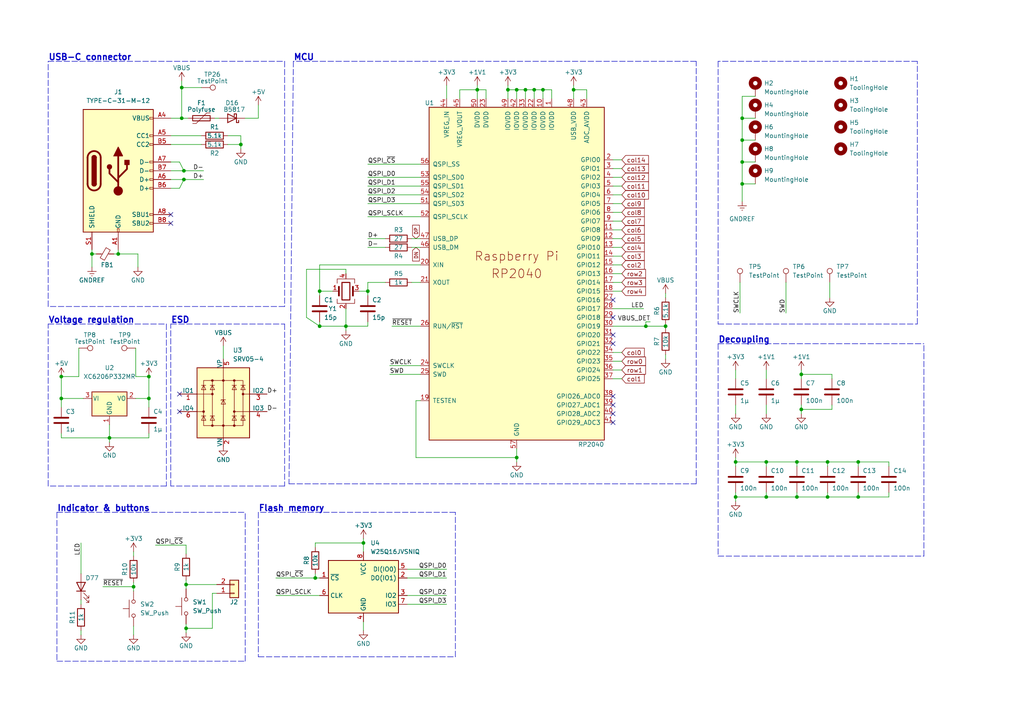
<source format=kicad_sch>
(kicad_sch (version 20211123) (generator eeschema)
  (paper "A4")
  (junction (at 100.33 94.615))
  (junction (at -60.96 91.44))
  (junction (at -198.12 25.4))
  (junction (at -279.4 101.6))
  (junction (at -320.04 62.23))
  (junction (at -284.48 15.24))
  (junction (at -279.4 25.4))
  (junction (at 149.86 26.035))
  (junction (at 106.68 84.455))
  (junction (at -162.56 91.44))
  (junction (at -198.12 81.28))
  (junction (at -177.8 101.6))
  (junction (at -320.04 25.4))
  (junction (at -35.56 101.6))
  (junction (at 213.36 144.145))
  (junction (at -177.8 81.28))
  (junction (at -243.84 34.29))
  (junction (at -142.24 91.44))
  (junction (at -137.16 44.45))
  (junction (at -203.2 52.07))
  (junction (at -264.16 52.07))
  (junction (at -96.52 62.23))
  (junction (at -81.28 71.12))
  (junction (at -35.56 62.23))
  (junction (at -142.24 34.29))
  (junction (at 43.18 109.22))
  (junction (at -203.2 34.29))
  (junction (at -20.32 72.39))
  (junction (at 52.705 25.4))
  (junction (at -223.52 71.12))
  (junction (at -81.28 34.29))
  (junction (at -264.16 15.24))
  (junction (at -55.88 62.23))
  (junction (at 222.25 144.145))
  (junction (at -284.48 52.07))
  (junction (at 248.92 144.145))
  (junction (at -320.04 81.28))
  (junction (at -157.48 81.28))
  (junction (at -299.72 44.45))
  (junction (at 215.265 40.64))
  (junction (at 17.78 115.57))
  (junction (at 92.71 94.615))
  (junction (at -157.48 44.45))
  (junction (at -279.4 44.45))
  (junction (at -284.48 91.44))
  (junction (at -121.92 52.07))
  (junction (at -238.76 25.4))
  (junction (at 53.34 52.07))
  (junction (at 69.85 41.91))
  (junction (at -279.4 81.28))
  (junction (at -259.08 25.4))
  (junction (at -55.88 44.45))
  (junction (at -158.75 99.06))
  (junction (at -320.04 44.45))
  (junction (at -76.2 25.4))
  (junction (at -259.08 101.6))
  (junction (at -116.84 25.4))
  (junction (at -162.56 71.12))
  (junction (at -116.84 44.45))
  (junction (at 232.41 118.745))
  (junction (at -137.16 81.28))
  (junction (at -101.6 91.44))
  (junction (at -223.52 91.44))
  (junction (at -20.32 34.29))
  (junction (at -162.56 52.07))
  (junction (at -157.48 25.4))
  (junction (at -40.64 72.39))
  (junction (at -203.2 91.44))
  (junction (at 26.67 73.66))
  (junction (at -96.52 81.28))
  (junction (at -218.44 81.28))
  (junction (at -121.92 91.44))
  (junction (at -35.56 25.4))
  (junction (at 215.265 53.34))
  (junction (at -203.2 71.12))
  (junction (at 231.14 133.985))
  (junction (at 232.41 108.585))
  (junction (at -60.96 72.39))
  (junction (at -121.92 71.12))
  (junction (at -142.24 52.07))
  (junction (at 215.265 46.99))
  (junction (at -60.96 15.24))
  (junction (at -243.84 52.07))
  (junction (at 17.78 109.22))
  (junction (at -55.88 25.4))
  (junction (at -264.16 71.12))
  (junction (at -284.48 34.29))
  (junction (at -76.2 101.6))
  (junction (at -238.76 44.45))
  (junction (at 193.04 94.615))
  (junction (at -76.2 44.45))
  (junction (at -299.72 81.28))
  (junction (at 34.29 73.66))
  (junction (at -116.84 81.28))
  (junction (at -96.52 25.4))
  (junction (at -182.88 71.12))
  (junction (at -101.6 34.29))
  (junction (at -264.16 34.29))
  (junction (at 53.975 169.545))
  (junction (at -284.48 71.12))
  (junction (at 187.325 94.615))
  (junction (at -35.56 81.28))
  (junction (at 92.71 84.455))
  (junction (at 231.14 144.145))
  (junction (at -218.44 62.23))
  (junction (at -177.8 62.23))
  (junction (at -304.8 15.24))
  (junction (at -198.12 44.45))
  (junction (at -279.4 62.23))
  (junction (at 248.92 133.985))
  (junction (at -219.71 99.06))
  (junction (at -238.76 81.28))
  (junction (at -203.2 15.24))
  (junction (at 222.25 133.985))
  (junction (at -238.76 62.23))
  (junction (at -299.72 25.4))
  (junction (at 157.48 26.035))
  (junction (at -137.16 101.6))
  (junction (at -121.92 34.29))
  (junction (at -142.24 15.24))
  (junction (at -162.56 34.29))
  (junction (at -259.08 44.45))
  (junction (at -81.28 52.07))
  (junction (at 240.03 144.145))
  (junction (at 213.36 133.985))
  (junction (at -223.52 52.07))
  (junction (at 154.94 26.035))
  (junction (at -20.32 91.44))
  (junction (at 147.32 26.035))
  (junction (at -238.76 101.6))
  (junction (at -223.52 34.29))
  (junction (at -101.6 15.24))
  (junction (at -299.72 62.23))
  (junction (at -137.16 62.23))
  (junction (at -203.2 99.06))
  (junction (at -121.92 15.24))
  (junction (at 149.86 132.715))
  (junction (at -35.56 44.45))
  (junction (at -162.56 15.24))
  (junction (at -304.8 71.12))
  (junction (at 31.75 127))
  (junction (at -218.44 109.22))
  (junction (at -304.8 91.44))
  (junction (at 215.265 34.29))
  (junction (at -40.64 91.44))
  (junction (at -40.64 15.24))
  (junction (at -157.48 109.22))
  (junction (at -243.84 15.24))
  (junction (at -223.52 15.24))
  (junction (at -182.88 52.07))
  (junction (at -259.08 81.28))
  (junction (at -320.04 101.6))
  (junction (at -177.8 25.4))
  (junction (at -76.2 62.23))
  (junction (at -218.44 44.45))
  (junction (at -299.72 101.6))
  (junction (at -20.32 15.24))
  (junction (at -20.32 52.07))
  (junction (at 166.37 26.035))
  (junction (at -142.24 99.06))
  (junction (at -55.88 81.28))
  (junction (at 240.03 133.985))
  (junction (at -81.28 15.24))
  (junction (at -101.6 71.12))
  (junction (at -243.84 71.12))
  (junction (at -96.52 44.45))
  (junction (at -40.64 52.07))
  (junction (at -101.6 52.07))
  (junction (at 53.34 49.53))
  (junction (at -60.96 34.29))
  (junction (at -157.48 62.23))
  (junction (at 43.18 115.57))
  (junction (at -76.2 81.28))
  (junction (at -40.64 34.29))
  (junction (at -304.8 34.29))
  (junction (at -137.16 25.4))
  (junction (at -243.84 91.44))
  (junction (at 38.735 170.18))
  (junction (at -116.84 101.6))
  (junction (at -304.8 52.07))
  (junction (at 138.43 26.035))
  (junction (at -198.12 101.6))
  (junction (at 152.4 26.035))
  (junction (at -182.88 34.29))
  (junction (at -218.44 25.4))
  (junction (at -264.16 91.44))
  (junction (at -116.84 62.23))
  (junction (at -55.88 101.6))
  (junction (at 53.975 182.245))
  (junction (at 105.41 157.48))
  (junction (at -259.08 62.23))
  (junction (at -177.8 44.45))
  (junction (at -142.24 71.12))
  (junction (at -198.12 62.23))
  (junction (at -96.52 101.6))
  (junction (at 52.705 34.29))
  (junction (at -182.88 15.24))
  (junction (at -81.28 91.44))
  (junction (at -182.88 91.44))
  (junction (at 91.44 167.64))
  (junction (at -60.96 52.07))
  (no_connect (at 177.8 122.555))
  (no_connect (at 177.8 114.935))
  (no_connect (at 177.8 86.995))
  (no_connect (at 177.8 92.075))
  (no_connect (at 52.07 119.38))
  (no_connect (at 49.53 64.77))
  (no_connect (at 177.8 117.475))
  (no_connect (at 177.8 120.015))
  (no_connect (at 52.07 114.3))
  (no_connect (at 49.53 62.23))
  (no_connect (at 177.8 99.695))
  (no_connect (at 177.8 97.155))
  (wire (pts (xy 34.29 73.66) (xy 34.29 72.39)))
  (wire (pts (xy -101.6 71.12) (xy -101.6 52.07)))
  (wire (pts (xy 187.325 94.615) (xy 193.04 94.615)))
  (wire (pts (xy -279.4 81.28) (xy -259.08 81.28)))
  (wire (pts (xy -35.56 44.45) (xy -18.415 44.45)))
  (wire (pts (xy -142.24 52.07) (xy -142.24 71.12)))
  (wire (pts (xy -304.8 91.44) (xy -304.8 111.125)))
  (polyline (pts (xy 201.93 17.78) (xy 85.09 17.78)))
  (wire (pts (xy -157.48 81.28) (xy -137.16 81.28)))
  (wire (pts (xy -264.16 10.16) (xy -264.16 15.24)))
  (wire (pts (xy -76.2 91.44) (xy -76.2 93.98)))
  (wire (pts (xy 213.36 117.475) (xy 213.36 120.015)))
  (polyline (pts (xy 74.93 190.5) (xy 132.08 190.5)))
  (wire (pts (xy 53.34 52.07) (xy 52.07 54.61)))
  (wire (pts (xy 61.595 172.085) (xy 61.595 182.245)))
  (wire (pts (xy -157.48 15.24) (xy -157.48 17.78)))
  (wire (pts (xy -55.88 62.23) (xy -35.56 62.23)))
  (wire (pts (xy 232.41 108.585) (xy 241.3 108.585)))
  (wire (pts (xy 52.705 25.4) (xy 52.705 34.29)))
  (wire (pts (xy 240.03 133.985) (xy 240.03 135.255)))
  (wire (pts (xy -322.58 81.28) (xy -320.04 81.28)))
  (wire (pts (xy 69.85 41.91) (xy 69.85 43.18)))
  (wire (pts (xy -177.8 44.45) (xy -157.48 44.45)))
  (wire (pts (xy 17.78 109.22) (xy 17.78 115.57)))
  (wire (pts (xy 213.36 132.715) (xy 213.36 133.985)))
  (wire (pts (xy -198.12 81.28) (xy -177.8 81.28)))
  (wire (pts (xy 177.8 81.915) (xy 180.34 81.915)))
  (polyline (pts (xy 48.26 93.98) (xy 48.26 140.97)))
  (wire (pts (xy -198.12 91.44) (xy -198.12 93.98)))
  (wire (pts (xy -218.44 52.07) (xy -218.44 54.61)))
  (wire (pts (xy 43.18 109.22) (xy 43.18 115.57)))
  (wire (pts (xy -137.16 71.12) (xy -137.16 73.66)))
  (wire (pts (xy -40.64 10.16) (xy -40.64 15.24)))
  (wire (pts (xy -81.28 71.12) (xy -81.28 91.44)))
  (wire (pts (xy -238.76 62.23) (xy -218.44 62.23)))
  (wire (pts (xy -137.16 34.29) (xy -137.16 36.83)))
  (wire (pts (xy 53.975 182.245) (xy 53.975 183.515)))
  (wire (pts (xy -223.52 71.12) (xy -223.52 91.44)))
  (wire (pts (xy -96.52 15.24) (xy -96.52 17.78)))
  (wire (pts (xy 92.71 76.835) (xy 121.92 76.835)))
  (polyline (pts (xy 132.08 148.59) (xy 74.93 148.59)))
  (polyline (pts (xy 82.55 17.78) (xy 82.55 88.9)))
  (wire (pts (xy -223.52 34.29) (xy -223.52 52.07)))
  (wire (pts (xy -299.72 34.29) (xy -299.72 36.83)))
  (wire (pts (xy -177.8 81.28) (xy -157.48 81.28)))
  (wire (pts (xy 231.14 144.145) (xy 240.03 144.145)))
  (wire (pts (xy -299.72 81.28) (xy -279.4 81.28)))
  (wire (pts (xy -55.88 15.24) (xy -55.88 17.78)))
  (wire (pts (xy 248.92 144.145) (xy 257.81 144.145)))
  (wire (pts (xy -259.08 15.24) (xy -259.08 17.78)))
  (wire (pts (xy -259.08 34.29) (xy -259.08 36.83)))
  (wire (pts (xy -55.88 81.28) (xy -35.56 81.28)))
  (wire (pts (xy -158.75 99.06) (xy -158.75 101.6)))
  (wire (pts (xy 177.8 56.515) (xy 180.34 56.515)))
  (wire (pts (xy -320.04 44.45) (xy -299.72 44.45)))
  (wire (pts (xy -259.08 81.28) (xy -238.76 81.28)))
  (wire (pts (xy -162.56 15.24) (xy -162.56 34.29)))
  (wire (pts (xy 129.54 165.1) (xy 118.11 165.1)))
  (wire (pts (xy -96.52 62.23) (xy -76.2 62.23)))
  (wire (pts (xy -162.56 10.16) (xy -162.56 15.24)))
  (wire (pts (xy 193.04 94.615) (xy 193.04 95.25)))
  (wire (pts (xy 138.43 26.035) (xy 138.43 28.575)))
  (wire (pts (xy -116.84 81.28) (xy -96.52 81.28)))
  (wire (pts (xy -96.52 25.4) (xy -76.2 25.4)))
  (wire (pts (xy 213.36 133.985) (xy 213.36 135.255)))
  (wire (pts (xy 17.78 125.73) (xy 17.78 127)))
  (wire (pts (xy -299.72 44.45) (xy -279.4 44.45)))
  (wire (pts (xy 129.54 167.64) (xy 118.11 167.64)))
  (wire (pts (xy -218.44 71.12) (xy -218.44 73.66)))
  (wire (pts (xy 193.04 85.09) (xy 193.04 86.36)))
  (wire (pts (xy -218.44 44.45) (xy -198.12 44.45)))
  (wire (pts (xy 154.94 26.035) (xy 154.94 28.575)))
  (wire (pts (xy 154.94 26.035) (xy 157.48 26.035)))
  (wire (pts (xy -279.4 15.24) (xy -279.4 17.78)))
  (wire (pts (xy -223.52 15.24) (xy -223.52 34.29)))
  (wire (pts (xy -60.96 10.16) (xy -60.96 15.24)))
  (wire (pts (xy 71.12 34.29) (xy 74.93 34.29)))
  (wire (pts (xy -264.16 15.24) (xy -264.16 34.29)))
  (wire (pts (xy -40.64 52.07) (xy -40.64 72.39)))
  (wire (pts (xy 92.71 94.615) (xy 100.33 94.615)))
  (wire (pts (xy 157.48 26.035) (xy 160.02 26.035)))
  (wire (pts (xy 106.68 62.865) (xy 121.92 62.865)))
  (wire (pts (xy 241.3 109.855) (xy 241.3 108.585)))
  (wire (pts (xy -35.56 15.24) (xy -35.56 17.78)))
  (polyline (pts (xy 201.93 140.335) (xy 201.93 17.78)))
  (wire (pts (xy 26.67 73.66) (xy 26.67 77.47)))
  (wire (pts (xy -203.2 52.07) (xy -203.2 71.12)))
  (wire (pts (xy -157.48 34.29) (xy -157.48 36.83)))
  (wire (pts (xy 149.86 26.035) (xy 152.4 26.035)))
  (wire (pts (xy 17.78 115.57) (xy 17.78 118.11)))
  (wire (pts (xy 100.33 78.105) (xy 88.9 78.105)))
  (wire (pts (xy -177.8 25.4) (xy -157.48 25.4)))
  (wire (pts (xy -304.8 10.16) (xy -304.8 15.24)))
  (wire (pts (xy 39.37 100.965) (xy 39.37 109.22)))
  (wire (pts (xy 215.265 34.29) (xy 219.075 34.29)))
  (polyline (pts (xy 82.55 93.98) (xy 82.55 140.97)))
  (wire (pts (xy -219.71 91.44) (xy -218.44 91.44)))
  (wire (pts (xy -76.2 81.28) (xy -55.88 81.28)))
  (wire (pts (xy 222.25 144.145) (xy 231.14 144.145)))
  (wire (pts (xy 232.41 107.315) (xy 232.41 108.585)))
  (wire (pts (xy 52.705 25.4) (xy 58.42 25.4)))
  (wire (pts (xy 100.33 94.615) (xy 106.68 94.615)))
  (wire (pts (xy 248.92 133.985) (xy 248.92 135.255)))
  (wire (pts (xy -320.04 101.6) (xy -299.72 101.6)))
  (wire (pts (xy 213.36 144.145) (xy 222.25 144.145)))
  (wire (pts (xy -299.72 52.07) (xy -299.72 54.61)))
  (wire (pts (xy -157.48 44.45) (xy -137.16 44.45)))
  (wire (pts (xy -198.12 71.12) (xy -198.12 73.66)))
  (wire (pts (xy 166.37 26.035) (xy 166.37 28.575)))
  (wire (pts (xy -279.4 91.44) (xy -279.4 93.98)))
  (wire (pts (xy -81.28 15.24) (xy -81.28 34.29)))
  (wire (pts (xy 100.33 89.535) (xy 100.33 94.615)))
  (wire (pts (xy 29.845 170.18) (xy 38.735 170.18)))
  (wire (pts (xy 31.75 123.19) (xy 31.75 127)))
  (wire (pts (xy -137.16 91.44) (xy -137.16 93.98)))
  (wire (pts (xy -322.58 44.45) (xy -320.04 44.45)))
  (wire (pts (xy 105.41 157.48) (xy 105.41 160.02)))
  (wire (pts (xy -243.84 15.24) (xy -243.84 34.29)))
  (wire (pts (xy -264.16 91.44) (xy -264.16 111.125)))
  (wire (pts (xy -40.64 15.24) (xy -40.64 34.29)))
  (wire (pts (xy 91.44 167.64) (xy 92.71 167.64)))
  (wire (pts (xy -55.88 72.39) (xy -55.88 73.66)))
  (wire (pts (xy -299.72 71.12) (xy -299.72 73.66)))
  (wire (pts (xy -198.12 52.07) (xy -198.12 54.61)))
  (polyline (pts (xy 266.065 17.78) (xy 208.28 17.78)))
  (wire (pts (xy 232.41 118.745) (xy 241.3 118.745)))
  (wire (pts (xy -137.16 52.07) (xy -137.16 54.61)))
  (wire (pts (xy -76.2 72.39) (xy -76.2 73.66)))
  (wire (pts (xy 17.78 115.57) (xy 24.13 115.57)))
  (wire (pts (xy -259.08 91.44) (xy -259.08 93.98)))
  (wire (pts (xy -55.88 34.29) (xy -55.88 36.83)))
  (wire (pts (xy -116.84 71.12) (xy -116.84 73.66)))
  (wire (pts (xy -279.4 62.23) (xy -259.08 62.23)))
  (wire (pts (xy 91.44 166.37) (xy 91.44 167.64)))
  (wire (pts (xy 177.8 109.855) (xy 180.34 109.855)))
  (wire (pts (xy 147.32 26.035) (xy 147.32 28.575)))
  (wire (pts (xy -20.32 72.39) (xy -20.32 91.44)))
  (wire (pts (xy 138.43 26.035) (xy 140.97 26.035)))
  (wire (pts (xy 241.3 117.475) (xy 241.3 118.745)))
  (wire (pts (xy -55.88 52.07) (xy -55.88 54.61)))
  (wire (pts (xy -76.2 52.07) (xy -76.2 54.61)))
  (wire (pts (xy -101.6 10.16) (xy -101.6 15.24)))
  (wire (pts (xy -304.8 15.24) (xy -304.8 34.29)))
  (wire (pts (xy -158.75 99.06) (xy -157.48 99.06)))
  (wire (pts (xy -218.44 62.23) (xy -198.12 62.23)))
  (wire (pts (xy 40.005 73.66) (xy 40.005 77.47)))
  (wire (pts (xy 61.595 182.245) (xy 53.975 182.245)))
  (wire (pts (xy 166.37 26.035) (xy 170.18 26.035)))
  (wire (pts (xy 177.8 89.535) (xy 186.69 89.535)))
  (wire (pts (xy 49.53 46.99) (xy 52.07 46.99)))
  (wire (pts (xy -157.48 52.07) (xy -157.48 54.61)))
  (wire (pts (xy -320.04 34.29) (xy -320.04 36.83)))
  (wire (pts (xy -284.48 52.07) (xy -284.48 71.12)))
  (wire (pts (xy -142.24 52.07) (xy -142.24 34.29)))
  (wire (pts (xy -223.52 10.16) (xy -223.52 15.24)))
  (wire (pts (xy -218.44 25.4) (xy -198.12 25.4)))
  (wire (pts (xy -35.56 25.4) (xy -18.415 25.4)))
  (wire (pts (xy -203.2 15.24) (xy -203.2 34.29)))
  (wire (pts (xy -299.72 15.24) (xy -299.72 17.78)))
  (wire (pts (xy -203.2 91.44) (xy -203.2 99.06)))
  (wire (pts (xy 177.8 64.135) (xy 180.34 64.135)))
  (wire (pts (xy 232.41 108.585) (xy 232.41 109.855)))
  (wire (pts (xy 66.04 39.37) (xy 69.85 39.37)))
  (polyline (pts (xy 132.08 190.5) (xy 132.08 148.59)))
  (wire (pts (xy 17.78 127) (xy 31.75 127)))
  (wire (pts (xy -142.24 10.16) (xy -142.24 15.24)))
  (wire (pts (xy -219.71 99.06) (xy -219.71 101.6)))
  (wire (pts (xy -284.48 10.16) (xy -284.48 15.24)))
  (wire (pts (xy -96.52 101.6) (xy -76.2 101.6)))
  (wire (pts (xy -20.32 15.24) (xy -20.32 34.29)))
  (wire (pts (xy 64.77 100.33) (xy 64.77 104.14)))
  (wire (pts (xy 231.14 133.985) (xy 231.14 135.255)))
  (wire (pts (xy -81.28 71.12) (xy -81.28 52.07)))
  (wire (pts (xy 133.35 28.575) (xy 133.35 26.035)))
  (wire (pts (xy 152.4 26.035) (xy 154.94 26.035)))
  (wire (pts (xy -182.88 10.16) (xy -182.88 15.24)))
  (wire (pts (xy -177.8 71.12) (xy -177.8 73.66)))
  (wire (pts (xy -238.76 52.07) (xy -238.76 54.61)))
  (wire (pts (xy 33.02 73.66) (xy 34.29 73.66)))
  (wire (pts (xy 215.265 46.99) (xy 219.075 46.99)))
  (wire (pts (xy -158.75 91.44) (xy -157.48 91.44)))
  (wire (pts (xy 91.44 157.48) (xy 105.41 157.48)))
  (wire (pts (xy 39.37 109.22) (xy 43.18 109.22)))
  (wire (pts (xy -200.66 109.22) (xy -200.66 101.6)))
  (wire (pts (xy -137.16 109.22) (xy -137.16 101.6)))
  (wire (pts (xy -222.25 101.6) (xy -222.25 109.22)))
  (wire (pts (xy -243.84 10.16) (xy -243.84 15.24)))
  (wire (pts (xy 240.03 142.875) (xy 240.03 144.145)))
  (wire (pts (xy -320.04 91.44) (xy -320.04 93.98)))
  (wire (pts (xy -320.04 52.07) (xy -320.04 54.61)))
  (wire (pts (xy -218.44 34.29) (xy -218.44 36.83)))
  (wire (pts (xy -101.6 91.44) (xy -101.6 111.125)))
  (wire (pts (xy 177.8 51.435) (xy 180.34 51.435)))
  (wire (pts (xy 119.38 69.215) (xy 121.92 69.215)))
  (wire (pts (xy 23.495 182.88) (xy 23.495 184.15)))
  (wire (pts (xy 257.81 142.875) (xy 257.81 144.145)))
  (wire (pts (xy -116.84 34.29) (xy -116.84 36.83)))
  (wire (pts (xy 43.18 125.73) (xy 43.18 127)))
  (wire (pts (xy -96.52 91.44) (xy -96.52 93.98)))
  (wire (pts (xy -60.96 72.39) (xy -60.96 91.44)))
  (wire (pts (xy 53.975 180.975) (xy 53.975 182.245)))
  (wire (pts (xy 80.01 172.72) (xy 92.71 172.72)))
  (wire (pts (xy -182.88 71.12) (xy -182.88 91.44)))
  (polyline (pts (xy 16.51 191.77) (xy 71.12 191.77)))
  (wire (pts (xy 113.03 106.045) (xy 121.92 106.045)))
  (wire (pts (xy -218.44 81.28) (xy -198.12 81.28)))
  (wire (pts (xy -121.92 52.07) (xy -121.92 34.29)))
  (wire (pts (xy -35.56 34.29) (xy -35.56 36.83)))
  (wire (pts (xy -76.2 15.24) (xy -76.2 17.78)))
  (wire (pts (xy -284.48 91.44) (xy -284.48 111.125)))
  (wire (pts (xy -238.76 91.44) (xy -238.76 93.98)))
  (wire (pts (xy -142.24 99.06) (xy -142.24 111.125)))
  (wire (pts (xy -299.72 25.4) (xy -279.4 25.4)))
  (wire (pts (xy -200.66 101.6) (xy -198.12 101.6)))
  (wire (pts (xy 74.93 30.48) (xy 74.93 34.29)))
  (polyline (pts (xy 208.28 93.98) (xy 266.065 93.98)))
  (wire (pts (xy 149.86 132.715) (xy 149.86 133.985)))
  (wire (pts (xy 49.53 52.07) (xy 53.34 52.07)))
  (wire (pts (xy 23.495 157.48) (xy 23.495 166.37)))
  (wire (pts (xy 52.07 46.99) (xy 53.34 49.53)))
  (wire (pts (xy 215.265 27.94) (xy 215.265 34.29)))
  (wire (pts (xy -279.4 52.07) (xy -279.4 54.61)))
  (wire (pts (xy -219.71 91.44) (xy -219.71 99.06)))
  (wire (pts (xy 106.68 81.915) (xy 106.68 84.455)))
  (wire (pts (xy -238.76 25.4) (xy -218.44 25.4)))
  (wire (pts (xy -259.08 52.07) (xy -259.08 54.61)))
  (wire (pts (xy -299.72 101.6) (xy -279.4 101.6)))
  (wire (pts (xy -20.32 10.16) (xy -20.32 15.24)))
  (wire (pts (xy 106.68 59.055) (xy 121.92 59.055)))
  (wire (pts (xy -238.76 44.45) (xy -218.44 44.45)))
  (wire (pts (xy 92.71 85.725) (xy 92.71 84.455)))
  (wire (pts (xy -162.56 91.44) (xy -162.56 111.125)))
  (wire (pts (xy -320.04 15.24) (xy -320.04 17.78)))
  (wire (pts (xy -55.88 44.45) (xy -35.56 44.45)))
  (wire (pts (xy -96.52 44.45) (xy -76.2 44.45)))
  (wire (pts (xy -177.8 52.07) (xy -177.8 54.61)))
  (wire (pts (xy 215.265 40.64) (xy 219.075 40.64)))
  (wire (pts (xy -284.48 34.29) (xy -284.48 52.07)))
  (wire (pts (xy -279.4 25.4) (xy -259.08 25.4)))
  (wire (pts (xy -76.2 34.29) (xy -76.2 36.83)))
  (wire (pts (xy -35.56 72.39) (xy -35.56 73.66)))
  (polyline (pts (xy 83.82 140.335) (xy 201.93 140.335)))
  (wire (pts (xy 92.71 93.345) (xy 92.71 94.615)))
  (wire (pts (xy 31.75 127) (xy 43.18 127)))
  (wire (pts (xy -177.8 34.29) (xy -177.8 36.83)))
  (wire (pts (xy 177.8 74.295) (xy 180.34 74.295)))
  (wire (pts (xy -222.25 109.22) (xy -218.44 109.22)))
  (wire (pts (xy -259.08 71.12) (xy -259.08 73.66)))
  (wire (pts (xy -198.12 25.4) (xy -177.8 25.4)))
  (wire (pts (xy 53.975 168.275) (xy 53.975 169.545)))
  (polyline (pts (xy 266.065 93.98) (xy 266.065 17.78)))
  (wire (pts (xy 222.25 133.985) (xy 222.25 135.255)))
  (wire (pts (xy -279.4 101.6) (xy -259.08 101.6)))
  (wire (pts (xy 52.705 23.495) (xy 52.705 25.4)))
  (wire (pts (xy 113.03 108.585) (xy 121.92 108.585)))
  (wire (pts (xy 166.37 24.765) (xy 166.37 26.035)))
  (wire (pts (xy -259.08 62.23) (xy -238.76 62.23)))
  (wire (pts (xy -40.64 34.29) (xy -40.64 52.07)))
  (wire (pts (xy 152.4 26.035) (xy 152.4 28.575)))
  (wire (pts (xy 177.8 71.755) (xy 180.34 71.755)))
  (wire (pts (xy 120.65 116.205) (xy 120.65 132.715)))
  (wire (pts (xy 257.81 135.255) (xy 257.81 133.985)))
  (wire (pts (xy 53.34 49.53) (xy 49.53 49.53)))
  (polyline (pts (xy 82.55 88.9) (xy 13.97 88.9)))
  (polyline (pts (xy 208.28 17.78) (xy 208.28 93.98)))
  (wire (pts (xy -35.56 101.6) (xy -18.415 101.6)))
  (wire (pts (xy -238.76 34.29) (xy -238.76 36.83)))
  (wire (pts (xy -320.04 62.23) (xy -299.72 62.23)))
  (wire (pts (xy 17.78 109.22) (xy 22.86 109.22)))
  (wire (pts (xy 222.25 107.315) (xy 222.25 109.855)))
  (polyline (pts (xy 208.28 99.695) (xy 267.97 99.695)))
  (wire (pts (xy -81.28 52.07) (xy -81.28 34.29)))
  (wire (pts (xy -157.48 62.23) (xy -137.16 62.23)))
  (wire (pts (xy -259.08 44.45) (xy -238.76 44.45)))
  (wire (pts (xy 177.8 61.595) (xy 180.34 61.595)))
  (wire (pts (xy -142.24 71.12) (xy -142.24 91.44)))
  (wire (pts (xy 193.04 93.98) (xy 193.04 94.615)))
  (wire (pts (xy -182.88 52.07) (xy -182.88 71.12)))
  (wire (pts (xy 106.68 51.435) (xy 121.92 51.435)))
  (wire (pts (xy -20.32 91.44) (xy -20.32 111.125)))
  (wire (pts (xy -157.48 71.12) (xy -157.48 73.66)))
  (wire (pts (xy 39.37 115.57) (xy 43.18 115.57)))
  (wire (pts (xy -161.29 109.22) (xy -157.48 109.22)))
  (wire (pts (xy -121.92 91.44) (xy -121.92 111.125)))
  (wire (pts (xy -116.84 25.4) (xy -96.52 25.4)))
  (wire (pts (xy -137.16 25.4) (xy -116.84 25.4)))
  (wire (pts (xy 177.8 69.215) (xy 180.34 69.215)))
  (wire (pts (xy -320.04 25.4) (xy -299.72 25.4)))
  (wire (pts (xy -218.44 15.24) (xy -218.44 17.78)))
  (wire (pts (xy -182.88 15.24) (xy -182.88 34.29)))
  (wire (pts (xy -238.76 15.24) (xy -238.76 17.78)))
  (wire (pts (xy -203.2 34.29) (xy -203.2 52.07)))
  (wire (pts (xy -243.84 91.44) (xy -243.84 111.125)))
  (polyline (pts (xy 13.97 17.78) (xy 82.55 17.78)))
  (wire (pts (xy 215.265 53.34) (xy 215.265 58.42)))
  (wire (pts (xy 215.265 34.29) (xy 215.265 40.64)))
  (wire (pts (xy -243.84 34.29) (xy -243.84 52.07)))
  (wire (pts (xy 92.71 84.455) (xy 92.71 76.835)))
  (wire (pts (xy -198.12 15.24) (xy -198.12 17.78)))
  (wire (pts (xy -243.84 52.07) (xy -243.84 71.12)))
  (wire (pts (xy -219.71 101.6) (xy -218.44 101.6)))
  (wire (pts (xy -279.4 44.45) (xy -259.08 44.45)))
  (wire (pts (xy 129.54 175.26) (xy 118.11 175.26)))
  (wire (pts (xy -81.28 91.44) (xy -81.28 111.125)))
  (wire (pts (xy 231.14 133.985) (xy 240.03 133.985)))
  (wire (pts (xy 222.25 133.985) (xy 231.14 133.985)))
  (polyline (pts (xy 49.53 93.98) (xy 82.55 93.98)))
  (wire (pts (xy 106.68 47.625) (xy 121.92 47.625)))
  (wire (pts (xy 214.63 90.805) (xy 214.63 81.915)))
  (wire (pts (xy -161.29 101.6) (xy -161.29 109.22)))
  (wire (pts (xy -238.76 81.28) (xy -218.44 81.28)))
  (wire (pts (xy -55.88 25.4) (xy -35.56 25.4)))
  (wire (pts (xy 177.8 84.455) (xy 180.34 84.455)))
  (wire (pts (xy -299.72 62.23) (xy -279.4 62.23)))
  (wire (pts (xy 80.01 167.64) (xy 91.44 167.64)))
  (polyline (pts (xy 208.28 99.695) (xy 208.28 161.29)))
  (wire (pts (xy 22.86 100.965) (xy 22.86 109.22)))
  (wire (pts (xy 147.32 26.035) (xy 149.86 26.035)))
  (wire (pts (xy 119.38 81.915) (xy 121.92 81.915)))
  (wire (pts (xy -142.24 91.44) (xy -142.24 99.06)))
  (wire (pts (xy 240.03 133.985) (xy 248.92 133.985)))
  (wire (pts (xy 105.41 156.21) (xy 105.41 157.48)))
  (wire (pts (xy -304.8 71.12) (xy -304.8 91.44)))
  (wire (pts (xy -198.12 62.23) (xy -177.8 62.23)))
  (polyline (pts (xy 16.51 148.59) (xy 16.51 191.77)))
  (wire (pts (xy 26.67 73.66) (xy 27.94 73.66)))
  (wire (pts (xy -137.16 101.6) (xy -116.84 101.6)))
  (wire (pts (xy -20.32 34.29) (xy -20.32 52.07)))
  (wire (pts (xy -158.75 101.6) (xy -157.48 101.6)))
  (wire (pts (xy 188.595 93.345) (xy 187.325 93.345)))
  (wire (pts (xy 177.8 76.835) (xy 180.34 76.835)))
  (wire (pts (xy 231.14 142.875) (xy 231.14 144.145)))
  (wire (pts (xy 62.865 172.085) (xy 61.595 172.085)))
  (wire (pts (xy -116.84 101.6) (xy -96.52 101.6)))
  (wire (pts (xy -177.8 101.6) (xy -161.29 101.6)))
  (wire (pts (xy 120.65 132.715) (xy 149.86 132.715)))
  (wire (pts (xy -137.16 44.45) (xy -116.84 44.45)))
  (wire (pts (xy 111.76 81.915) (xy 106.68 81.915)))
  (wire (pts (xy -35.56 81.28) (xy -18.415 81.28)))
  (wire (pts (xy -55.88 101.6) (xy -35.56 101.6)))
  (wire (pts (xy -35.56 62.23) (xy -18.415 62.23)))
  (wire (pts (xy -101.6 15.24) (xy -101.6 34.29)))
  (wire (pts (xy 31.75 127) (xy 31.75 128.27)))
  (wire (pts (xy -76.2 101.6) (xy -55.88 101.6)))
  (wire (pts (xy -264.16 34.29) (xy -264.16 52.07)))
  (wire (pts (xy -177.8 15.24) (xy -177.8 17.78)))
  (wire (pts (xy 104.14 84.455) (xy 106.68 84.455)))
  (wire (pts (xy 213.36 107.315) (xy 213.36 109.855)))
  (wire (pts (xy -55.88 91.44) (xy -55.88 93.98)))
  (wire (pts (xy 215.265 46.99) (xy 215.265 53.34)))
  (wire (pts (xy 140.97 28.575) (xy 140.97 26.035)))
  (wire (pts (xy -299.72 91.44) (xy -299.72 93.98)))
  (wire (pts (xy -157.48 109.22) (xy -137.16 109.22)))
  (wire (pts (xy -198.12 101.6) (xy -177.8 101.6)))
  (wire (pts (xy -322.58 62.23) (xy -320.04 62.23)))
  (wire (pts (xy 177.8 107.315) (xy 180.34 107.315)))
  (wire (pts (xy -60.96 52.07) (xy -60.96 72.39)))
  (wire (pts (xy -158.75 91.44) (xy -158.75 99.06)))
  (wire (pts (xy -96.52 71.12) (xy -96.52 73.66)))
  (wire (pts (xy -137.16 15.24) (xy -137.16 17.78)))
  (wire (pts (xy -320.04 81.28) (xy -299.72 81.28)))
  (wire (pts (xy -35.56 52.07) (xy -35.56 54.61)))
  (wire (pts (xy -264.16 52.07) (xy -264.16 71.12)))
  (wire (pts (xy 213.36 142.875) (xy 213.36 144.145)))
  (wire (pts (xy 100.33 79.375) (xy 100.33 78.105)))
  (wire (pts (xy -76.2 62.23) (xy -55.88 62.23)))
  (wire (pts (xy -322.58 25.4) (xy -320.04 25.4)))
  (polyline (pts (xy 85.09 17.78) (xy 83.82 140.335)))
  (wire (pts (xy -60.96 15.24) (xy -60.96 34.29)))
  (wire (pts (xy -40.64 91.44) (xy -40.64 111.125)))
  (wire (pts (xy -322.58 101.6) (xy -320.04 101.6)))
  (wire (pts (xy 177.8 59.055) (xy 180.34 59.055)))
  (polyline (pts (xy 82.55 140.97) (xy 49.53 140.97)))
  (wire (pts (xy -223.52 91.44) (xy -223.52 111.125)))
  (wire (pts (xy 119.38 71.755) (xy 121.92 71.755)))
  (polyline (pts (xy 267.97 161.29) (xy 267.97 99.695)))
  (wire (pts (xy 240.665 81.915) (xy 240.665 86.36)))
  (wire (pts (xy -203.2 71.12) (xy -203.2 91.44)))
  (wire (pts (xy 227.965 90.805) (xy 227.965 81.915)))
  (wire (pts (xy 177.8 94.615) (xy 187.325 94.615)))
  (wire (pts (xy 222.25 142.875) (xy 222.25 144.145)))
  (wire (pts (xy 38.735 181.61) (xy 38.735 184.15)))
  (wire (pts (xy 187.325 93.345) (xy 187.325 94.615)))
  (wire (pts (xy -279.4 34.29) (xy -279.4 36.83)))
  (wire (pts (xy 62.23 34.29) (xy 63.5 34.29)))
  (wire (pts (xy -137.16 62.23) (xy -116.84 62.23)))
  (wire (pts (xy -223.52 52.07) (xy -223.52 71.12)))
  (wire (pts (xy -101.6 52.07) (xy -101.6 34.29)))
  (wire (pts (xy 157.48 26.035) (xy 157.48 28.575)))
  (wire (pts (xy -60.96 91.44) (xy -60.96 111.125)))
  (wire (pts (xy 215.265 27.94) (xy 219.075 27.94)))
  (wire (pts (xy 177.8 53.975) (xy 180.34 53.975)))
  (wire (pts (xy 222.25 117.475) (xy 222.25 120.015)))
  (wire (pts (xy -218.44 109.22) (xy -200.66 109.22)))
  (polyline (pts (xy 16.51 148.59) (xy 71.12 148.59)))
  (wire (pts (xy 34.29 73.66) (xy 40.005 73.66)))
  (wire (pts (xy 66.04 41.91) (xy 69.85 41.91)))
  (wire (pts (xy -121.92 15.24) (xy -121.92 34.29)))
  (wire (pts (xy 69.85 39.37) (xy 69.85 41.91)))
  (wire (pts (xy -259.08 25.4) (xy -238.76 25.4)))
  (wire (pts (xy -304.8 52.07) (xy -304.8 71.12)))
  (wire (pts (xy 160.02 28.575) (xy 160.02 26.035)))
  (wire (pts (xy -121.92 71.12) (xy -121.92 52.07)))
  (wire (pts (xy 177.8 104.775) (xy 180.34 104.775)))
  (wire (pts (xy 100.33 94.615) (xy 100.33 95.885)))
  (wire (pts (xy 213.36 133.985) (xy 222.25 133.985)))
  (wire (pts (xy 240.03 144.145) (xy 248.92 144.145)))
  (wire (pts (xy -116.84 15.24) (xy -116.84 17.78)))
  (wire (pts (xy 91.44 158.75) (xy 91.44 157.48)))
  (wire (pts (xy -116.84 52.07) (xy -116.84 54.61)))
  (wire (pts (xy -182.88 91.44) (xy -182.88 111.125)))
  (wire (pts (xy 106.68 69.215) (xy 111.76 69.215)))
  (wire (pts (xy 43.18 115.57) (xy 43.18 118.11)))
  (wire (pts (xy 129.54 172.72) (xy 118.11 172.72)))
  (wire (pts (xy 248.92 133.985) (xy 257.81 133.985)))
  (wire (pts (xy 248.92 142.875) (xy 248.92 144.145)))
  (wire (pts (xy -162.56 52.07) (xy -162.56 34.29)))
  (wire (pts (xy 53.34 52.07) (xy 59.055 52.07)))
  (wire (pts (xy -203.2 99.06) (xy -203.2 111.125)))
  (wire (pts (xy 213.36 144.145) (xy 213.36 145.415)))
  (wire (pts (xy -116.84 62.23) (xy -96.52 62.23)))
  (wire (pts (xy 106.68 84.455) (xy 106.68 85.725)))
  (wire (pts (xy -304.8 34.29) (xy -304.8 52.07)))
  (wire (pts (xy -60.96 34.29) (xy -60.96 52.07)))
  (wire (pts (xy -40.64 72.39) (xy -40.64 91.44)))
  (wire (pts (xy -177.8 91.44) (xy -177.8 93.98)))
  (wire (pts (xy 53.34 49.53) (xy 59.055 49.53)))
  (polyline (pts (xy 74.93 148.59) (xy 74.93 190.5)))
  (wire (pts (xy 26.67 72.39) (xy 26.67 73.66)))
  (wire (pts (xy -219.71 99.06) (xy -218.44 99.06)))
  (wire (pts (xy -157.48 25.4) (xy -137.16 25.4)))
  (wire (pts (xy -96.52 81.28) (xy -76.2 81.28)))
  (wire (pts (xy -182.88 34.29) (xy -182.88 52.07)))
  (wire (pts (xy 170.18 28.575) (xy 170.18 26.035)))
  (wire (pts (xy -264.16 71.12) (xy -264.16 91.44)))
  (wire (pts (xy 53.975 158.115) (xy 53.975 160.655)))
  (wire (pts (xy 177.8 79.375) (xy 180.34 79.375)))
  (wire (pts (xy 53.975 169.545) (xy 62.865 169.545)))
  (wire (pts (xy 106.68 94.615) (xy 106.68 93.345)))
  (wire (pts (xy 177.8 66.675) (xy 180.34 66.675)))
  (wire (pts (xy -76.2 25.4) (xy -55.88 25.4)))
  (wire (pts (xy 133.35 26.035) (xy 138.43 26.035)))
  (wire (pts (xy 88.9 92.075) (xy 92.71 94.615)))
  (wire (pts (xy -284.48 15.24) (xy -284.48 34.29)))
  (polyline (pts (xy 49.53 140.97) (xy 49.53 93.98)))
  (wire (pts (xy -101.6 91.44) (xy -101.6 71.12)))
  (polyline (pts (xy 13.97 140.97) (xy 13.97 93.98)))
  (wire (pts (xy -96.52 52.07) (xy -96.52 54.61)))
  (wire (pts (xy 45.085 158.115) (xy 53.975 158.115)))
  (wire (pts (xy 106.68 71.755) (xy 111.76 71.755)))
  (wire (pts (xy 38.735 168.91) (xy 38.735 170.18)))
  (wire (pts (xy -81.28 10.16) (xy -81.28 15.24)))
  (wire (pts (xy 177.8 48.895) (xy 180.34 48.895)))
  (wire (pts (xy 138.43 24.765) (xy 138.43 26.035)))
  (wire (pts (xy -259.08 101.6) (xy -238.76 101.6)))
  (wire (pts (xy 232.41 118.745) (xy 232.41 120.015)))
  (wire (pts (xy -121.92 10.16) (xy -121.92 15.24)))
  (wire (pts (xy -243.84 71.12) (xy -243.84 91.44)))
  (polyline (pts (xy 13.97 88.9) (xy 13.97 17.78)))
  (wire (pts (xy -198.12 34.29) (xy -198.12 36.83)))
  (wire (pts (xy 232.41 117.475) (xy 232.41 118.745)))
  (wire (pts (xy -279.4 71.12) (xy -279.4 73.66)))
  (wire (pts (xy -116.84 91.44) (xy -116.84 93.98)))
  (wire (pts (xy -284.48 71.12) (xy -284.48 91.44)))
  (wire (pts (xy -162.56 71.12) (xy -162.56 91.44)))
  (wire (pts (xy 149.86 130.175) (xy 149.86 132.715)))
  (wire (pts (xy 215.265 53.34) (xy 219.075 53.34)))
  (wire (pts (xy 113.665 94.615) (xy 121.92 94.615)))
  (wire (pts (xy -177.8 62.23) (xy -157.48 62.23)))
  (wire (pts (xy -116.84 44.45) (xy -96.52 44.45)))
  (polyline (pts (xy 208.28 161.29) (xy 267.97 161.29)))
  (wire (pts (xy -121.92 71.12) (xy -121.92 91.44)))
  (wire (pts (xy -35.56 91.44) (xy -35.56 93.98)))
  (polyline (pts (xy 71.12 191.77) (xy 71.12 148.59)))
  (polyline (pts (xy 48.26 140.97) (xy 13.97 140.97)))
  (wire (pts (xy 193.04 102.87) (xy 193.04 104.14)))
  (wire (pts (xy -20.32 52.07) (xy -20.32 72.39)))
  (wire (pts (xy 38.735 170.18) (xy 38.735 171.45)))
  (wire (pts (xy 49.53 34.29) (xy 52.705 34.29)))
  (wire (pts (xy -137.16 81.28) (xy -116.84 81.28)))
  (wire (pts (xy 49.53 41.91) (xy 58.42 41.91)))
  (wire (pts (xy 105.41 180.34) (xy 105.41 182.88)))
  (wire (pts (xy 38.735 160.02) (xy 38.735 161.29)))
  (wire (pts (xy 106.68 53.975) (xy 121.92 53.975)))
  (wire (pts (xy -96.52 34.29) (xy -96.52 36.83)))
  (wire (pts (xy -162.56 71.12) (xy -162.56 52.07)))
  (wire (pts (xy 147.32 24.765) (xy 147.32 26.035)))
  (wire (pts (xy 120.65 116.205) (xy 121.92 116.205)))
  (wire (pts (xy 52.705 34.29) (xy 54.61 34.29)))
  (wire (pts (xy 215.265 40.64) (xy 215.265 46.99)))
  (wire (pts (xy -203.2 10.16) (xy -203.2 15.24)))
  (wire (pts (xy -142.24 15.24) (xy -142.24 34.29)))
  (wire (pts (xy -320.04 71.12) (xy -320.04 73.66)))
  (wire (pts (xy 53.975 169.545) (xy 53.975 170.815)))
  (wire (pts (xy 88.9 78.105) (xy 88.9 92.075)))
  (wire (pts (xy -198.12 44.45) (xy -177.8 44.45)))
  (wire (pts (xy 52.07 54.61) (xy 49.53 54.61)))
  (wire (pts (xy 92.71 84.455) (xy 96.52 84.455)))
  (wire (pts (xy 149.86 26.035) (xy 149.86 28.575)))
  (wire (pts (xy -238.76 71.12) (xy -238.76 73.66)))
  (wire (pts (xy -76.2 44.45) (xy -55.88 44.45)))
  (wire (pts (xy 177.8 102.235) (xy 180.34 102.235)))
  (wire (pts (xy 106.68 56.515) (xy 121.92 56.515)))
  (polyline (pts (xy 13.97 93.98) (xy 48.26 93.98)))
  (wire (pts (xy 177.8 46.355) (xy 180.34 46.355)))
  (wire (pts (xy -238.76 101.6) (xy -222.25 101.6)))
  (wire (pts (xy 129.54 24.765) (xy 129.54 28.575)))
  (wire (pts (xy 23.495 173.99) (xy 23.495 175.26)))
  (wire (pts (xy 49.53 39.37) (xy 58.42 39.37)))
  (text "Flash memory" (at 74.93 148.59 0) (effects (font (size 1.778 1.778) (thickness 0.3556) bold) (justify left bottom)))
  (text "ESD" (at 49.53 93.98 0) (effects (font (size 1.778 1.778) (thickness 0.3556) bold) (justify left bottom)))
  (text "Decoupling" (at 208.28 99.695 0) (effects (font (size 1.778 1.778) (thickness 0.3556) bold) (justify left bottom)))
  (text "Voltage regulation" (at 13.97 93.98 0) (effects (font (size 1.778 1.778) (thickness 0.3556) bold) (justify left bottom)))
  (text "MCU" (at 85.09 17.78 0) (effects (font (size 1.778 1.778) (thickness 0.3556) bold) (justify left bottom)))
  (text "USB-C connector" (at 13.97 17.78 0) (effects (font (size 1.778 1.778) (thickness 0.3556) bold) (justify left bottom)))
  (text "Indicator & buttons" (at 16.51 148.59 0) (effects (font (size 1.778 1.778) (thickness 0.3556) bold) (justify left bottom)))
  (label "~{RESET}" (at 29.845 170.18 0))
  (label "QSPI_D2" (at 106.68 56.515 0))
  (label "D-" (at 77.47 119.38 0))
  (label "D+" (at 77.47 114.3 0))
  (label "D-" (at 59.055 49.53 180))
  (label "QSPI_D2" (at 129.54 172.72 180))
  (label "QSPI_D1" (at 106.68 53.975 0))
  (label "D-" (at 106.68 71.755 0))
  (label "SWCLK" (at 113.03 106.045 0))
  (label "LED" (at 186.69 89.535 180))
  (label "QSPI_SCLK" (at 80.01 172.72 0))
  (label "SWCLK" (at 214.63 90.805 90))
  (label "D+" (at 106.68 69.215 0))
  (label "QSPI_D1" (at 129.54 167.64 180))
  (label "QSPI_D3" (at 106.68 59.055 0))
  (label "QSPI_D0" (at 106.68 51.435 0))
  (label "QSPI_~{CS}" (at 80.01 167.64 0))
  (label "QSPI_~{CS}" (at 106.68 47.625 0))
  (label "SWD" (at 227.965 90.805 90))
  (label "LED" (at 23.495 157.48 270))
  (label "SWD" (at 113.03 108.585 0))
  (label "QSPI_D0" (at 129.54 165.1 180))
  (label "QSPI_D3" (at 129.54 175.26 180))
  (label "QSPI_~{CS}" (at 45.085 158.115 0))
  (label "D+" (at 59.055 52.07 180))
  (label "VBUS_DET" (at 188.595 93.345 180))
  (label "~{RESET}" (at 113.665 94.615 0))
  (label "QSPI_SCLK" (at 106.68 62.865 0))
  (global_label "col11" (shape input) (at -81.28 10.16 90) (effects (font (size 1.524 1.524))) (property "Intersheet References" "${INTERSHEET_REFS}" (effects hide)))
  (global_label "col14" (shape input) (at -20.32 10.16 90) (effects (font (size 1.524 1.524))) (property "Intersheet References" "${INTERSHEET_REFS}" (effects hide)))
  (global_label "row0" (shape input) (at -322.58 25.4 180) (effects (font (size 1.524 1.524))) (property "Intersheet References" "${INTERSHEET_REFS}" (effects hide)))
  (global_label "row1" (shape input) (at 180.34 107.315 0) (property "Intersheet References" "${INTERSHEET_REFS}" (effects hide)))
  (global_label "col13" (shape input) (at 180.34 48.895 0) (property "Intersheet References" "${INTERSHEET_REFS}" (effects hide)))
  (global_label "col8" (shape input) (at -142.24 10.16 90) (effects (font (size 1.524 1.524))) (property "Intersheet References" "${INTERSHEET_REFS}" (effects hide)))
  (global_label "col0" (shape input) (at 180.34 102.235 0) (property "Intersheet References" "${INTERSHEET_REFS}" (effects hide)))
  (global_label "DP" (shape input) (at 120.65 69.215 90) (effects (font (size 1 1))) (property "Intersheet References" "${INTERSHEET_REFS}" (effects hide)))
  (global_label "col14" (shape input) (at 180.34 46.355 0) (property "Intersheet References" "${INTERSHEET_REFS}" (effects hide)))
  (global_label "col5" (shape input) (at 180.34 69.215 0) (property "Intersheet References" "${INTERSHEET_REFS}" (effects hide)))
  (global_label "col5" (shape input) (at -203.2 10.16 90) (effects (font (size 1.524 1.524))) (property "Intersheet References" "${INTERSHEET_REFS}" (effects hide)))
  (global_label "row3" (shape input) (at 180.34 81.915 0) (property "Intersheet References" "${INTERSHEET_REFS}" (effects hide)))
  (global_label "col10" (shape input) (at -101.6 10.16 90) (effects (font (size 1.524 1.524))) (property "Intersheet References" "${INTERSHEET_REFS}" (effects hide)))
  (global_label "row2" (shape input) (at 180.34 79.375 0) (property "Intersheet References" "${INTERSHEET_REFS}" (effects hide)))
  (global_label "col2" (shape input) (at -264.16 10.16 90) (effects (font (size 1.524 1.524))) (property "Intersheet References" "${INTERSHEET_REFS}" (effects hide)))
  (global_label "col8" (shape input) (at 180.34 61.595 0) (property "Intersheet References" "${INTERSHEET_REFS}" (effects hide)))
  (global_label "col1" (shape input) (at 180.34 109.855 0) (property "Intersheet References" "${INTERSHEET_REFS}" (effects hide)))
  (global_label "col2" (shape input) (at 180.34 76.835 0) (property "Intersheet References" "${INTERSHEET_REFS}" (effects hide)))
  (global_label "col13" (shape input) (at -40.64 10.16 90) (effects (font (size 1.524 1.524))) (property "Intersheet References" "${INTERSHEET_REFS}" (effects hide)))
  (global_label "col3" (shape input) (at -243.84 10.16 90) (effects (font (size 1.524 1.524))) (property "Intersheet References" "${INTERSHEET_REFS}" (effects hide)))
  (global_label "col7" (shape input) (at -162.56 10.16 90) (effects (font (size 1.524 1.524))) (property "Intersheet References" "${INTERSHEET_REFS}" (effects hide)))
  (global_label "col1" (shape input) (at -284.48 10.16 90) (effects (font (size 1.524 1.524))) (property "Intersheet References" "${INTERSHEET_REFS}" (effects hide)))
  (global_label "col12" (shape input) (at 180.34 51.435 0) (property "Intersheet References" "${INTERSHEET_REFS}" (effects hide)))
  (global_label "row0" (shape input) (at 180.34 104.775 0) (property "Intersheet References" "${INTERSHEET_REFS}" (effects hide)))
  (global_label "col9" (shape input) (at -121.92 10.16 90) (effects (font (size 1.524 1.524))) (property "Intersheet References" "${INTERSHEET_REFS}" (effects hide)))
  (global_label "col9" (shape input) (at 180.34 59.055 0) (property "Intersheet References" "${INTERSHEET_REFS}" (effects hide)))
  (global_label "col12" (shape input) (at -60.96 10.16 90) (effects (font (size 1.524 1.524))) (property "Intersheet References" "${INTERSHEET_REFS}" (effects hide)))
  (global_label "DN" (shape input) (at 120.65 71.755 270) (effects (font (size 1 1))) (property "Intersheet References" "${INTERSHEET_REFS}" (effects hide)))
  (global_label "col6" (shape input) (at -182.88 10.16 90) (effects (font (size 1.524 1.524))) (property "Intersheet References" "${INTERSHEET_REFS}" (effects hide)))
  (global_label "col4" (shape input) (at -223.52 10.16 90) (effects (font (size 1.524 1.524))) (property "Intersheet References" "${INTERSHEET_REFS}" (effects hide)))
  (global_label "col4" (shape input) (at 180.34 71.755 0) (property "Intersheet References" "${INTERSHEET_REFS}" (effects hide)))
  (global_label "row1" (shape input) (at -322.58 44.45 180) (effects (font (size 1.524 1.524))) (property "Intersheet References" "${INTERSHEET_REFS}" (effects hide)))
  (global_label "col7" (shape input) (at 180.34 64.135 0) (property "Intersheet References" "${INTERSHEET_REFS}" (effects hide)))
  (global_label "col11" (shape input) (at 180.34 53.975 0) (property "Intersheet References" "${INTERSHEET_REFS}" (effects hide)))
  (global_label "row3" (shape input) (at -322.58 81.28 180) (effects (font (size 1.524 1.524))) (property "Intersheet References" "${INTERSHEET_REFS}" (effects hide)))
  (global_label "col0" (shape input) (at -304.8 10.16 90) (effects (font (size 1.524 1.524))) (property "Intersheet References" "${INTERSHEET_REFS}" (effects hide)))
  (global_label "row4" (shape input) (at -322.58 101.6 180) (effects (font (size 1.524 1.524))) (property "Intersheet References" "${INTERSHEET_REFS}" (effects hide)))
  (global_label "row2" (shape input) (at -322.58 62.23 180) (effects (font (size 1.524 1.524))) (property "Intersheet References" "${INTERSHEET_REFS}" (effects hide)))
  (global_label "col3" (shape input) (at 180.34 74.295 0) (property "Intersheet References" "${INTERSHEET_REFS}" (effects hide)))
  (global_label "col6" (shape input) (at 180.34 66.675 0) (property "Intersheet References" "${INTERSHEET_REFS}" (effects hide)))
  (global_label "row4" (shape input) (at 180.34 84.455 0) (property "Intersheet References" "${INTERSHEET_REFS}" (effects hide)))
  (global_label "col10" (shape input) (at 180.34 56.515 0) (property "Intersheet References" "${INTERSHEET_REFS}" (effects hide)))
  (symbol (lib_id "projectlocal:Key_switch") (at -129.54 15.24 0) (unit 1)
    (property "Reference" "K10" (at -130.81 15.24 0) (effects (font (size 1.524 1.524))))
    (property "Value" "KEYSW" (effects hide))
    (property "Footprint" "MX_Only:MXOnly-1U-Hotswap" (effects hide))
  )
  (symbol (lib_id "Device:C") (at 92.71 89.535 0) (unit 1)
    (property "Reference" "C1" (at 93.98 86.995 0) (effects (justify left)))
    (property "Value" "15p" (at 93.98 92.075 0) (effects (justify left)))
    (property "Footprint" "Capacitor_SMD:C_0402_1005Metric" (effects hide))
    (property "LCSC" "C1548" (effects hide))
  )
  (symbol (lib_id "power:VBUS") (at 64.77 100.33 0) (unit 1)
    (property "Reference" "#PWR012" (effects hide))
    (property "Value" "VBUS" (at 64.77 96.52 0))
  )
  (symbol (lib_id "Switch:SW_Push") (at 53.975 175.895 90) (unit 1)
    (property "Reference" "SW1" (at 55.88 174.6249 90) (effects (justify right)))
    (property "Value" "SW_Push" (at 55.88 177.1649 90) (effects (justify right)))
    (property "Footprint" "Button_Switch_SMD:SW_SPST_CK_KXT3" (effects hide))
    (property "LCSC" "C319433" (effects hide))
  )
  (symbol (lib_id "Mechanical:MountingHole") (at 243.84 30.48 0) (unit 1)
    (property "Reference" "H3" (at 246.38 29.2099 0) (effects (justify left)))
    (property "Value" "ToolingHole" (at 246.38 31.7499 0) (effects (justify left)))
    (property "Footprint" "local-libraries:Tooling-Hole" (effects hide))
  )
  (symbol (lib_id "projectlocal:Key_switch") (at -271.78 34.29 0) (unit 1)
    (property "Reference" "K18" (at -273.05 34.29 0) (effects (font (size 1.524 1.524))))
    (property "Value" "KEYSW" (effects hide))
    (property "Footprint" "MX_Only:MXOnly-1U-Hotswap" (effects hide))
  )
  (symbol (lib_id "projectlocal:Simple_Diode") (at -96.52 40.64 90) (unit 1)
    (property "Reference" "D28" (at -99.06 40.64 0))
    (property "Value" "D" (at -93.98 40.64 0))
    (property "Footprint" "Diode_SMD:D_SOD-123" (effects hide))
  )
  (symbol (lib_id "projectlocal:Key_switch") (at -190.5 15.24 0) (unit 1)
    (property "Reference" "K7" (at -191.77 15.24 0) (effects (font (size 1.524 1.524))))
    (property "Value" "KEYSW" (effects hide))
    (property "Footprint" "MX_Only:MXOnly-1U-Hotswap" (effects hide))
  )
  (symbol (lib_id "Device:Polyfuse") (at 58.42 34.29 90) (unit 1)
    (property "Reference" "F1" (at 58.42 29.845 90))
    (property "Value" "Polyfuse" (at 58.42 31.75 90))
    (property "Footprint" "Fuse:Fuse_0603_1608Metric" (effects hide))
    (property "LCSC" "C69679" (effects hide))
  )
  (symbol (lib_id "projectlocal:Simple_Diode") (at -320.04 21.59 90) (unit 1)
    (property "Reference" "D1" (at -322.58 21.59 0))
    (property "Value" "D" (at -317.5 21.59 0))
    (property "Footprint" "Diode_SMD:D_SOD-123" (effects hide))
  )
  (symbol (lib_id "projectlocal:Key_switch") (at -190.5 34.29 0) (unit 1)
    (property "Reference" "K22" (at -191.77 34.29 0) (effects (font (size 1.524 1.524))))
    (property "Value" "KEYSW" (effects hide))
    (property "Footprint" "MX_Only:MXOnly-1U-Hotswap" (effects hide))
  )
  (symbol (lib_id "projectlocal:Simple_Diode") (at -157.48 40.64 90) (unit 1)
    (property "Reference" "D25" (at -160.02 40.64 0))
    (property "Value" "D" (at -154.94 40.64 0))
    (property "Footprint" "Diode_SMD:D_SOD-123" (effects hide))
  )
  (symbol (lib_id "projectlocal:Simple_Diode") (at -259.08 77.47 90) (unit 1)
    (property "Reference" "D50" (at -261.62 77.47 0))
    (property "Value" "D" (at -256.54 77.47 0))
    (property "Footprint" "Diode_SMD:D_SOD-123" (effects hide))
  )
  (symbol (lib_id "projectlocal:Key_switch") (at -88.9 52.07 0) (unit 1)
    (property "Reference" "K42" (at -90.17 52.07 0) (effects (font (size 1.524 1.524))))
    (property "Value" "KEYSW" (effects hide))
    (property "Footprint" "MX_Only:MXOnly-1U-Hotswap" (effects hide))
  )
  (symbol (lib_id "Connector_Generic:Conn_01x02") (at 67.945 172.085 0) (mirror x) (unit 1) (in_bom no)
    (property "Reference" "J2" (at 66.675 174.625 0) (effects (justify left)))
    (property "Value" "Conn_01x02" (effects hide))
    (property "Footprint" "Connector_PinHeader_1.27mm:PinHeader_1x02_P1.27mm_Vertical" (effects hide))
  )
  (symbol (lib_id "projectlocal:Key_switch") (at -190.5 52.07 0) (unit 1)
    (property "Reference" "K37" (at -191.77 52.07 0) (effects (font (size 1.524 1.524))))
    (property "Value" "KEYSW" (effects hide))
    (property "Footprint" "MX_Only:MXOnly-1U-Hotswap" (effects hide))
  )
  (symbol (lib_id "Device:D_Schottky") (at 67.31 34.29 180) (unit 1)
    (property "Reference" "D16" (at 67.31 29.845 0))
    (property "Value" "B5817" (at 67.945 31.75 0))
    (property "Footprint" "Diode_SMD:D_SOD-323" (effects hide))
    (property "LCSC" "C123899" (effects hide))
  )
  (symbol (lib_id "Connector:TestPoint") (at -121.92 111.125 180) (unit 1)
    (property "Reference" "TP20" (at -118.11 113.1569 0) (effects (justify right)))
    (property "Value" "TestPoint" (at -118.11 115.6969 0) (effects (justify right)))
    (property "Footprint" "TestPoint:TestPoint_Pad_D1.5mm" (effects hide))
  )
  (symbol (lib_id "projectlocal:Key_switch") (at -68.58 34.29 0) (unit 1)
    (property "Reference" "K28" (at -69.85 34.29 0) (effects (font (size 1.524 1.524))))
    (property "Value" "KEYSW" (effects hide))
    (property "Footprint" "MX_Only:MXOnly-1U-Hotswap" (effects hide))
  )
  (symbol (lib_id "projectlocal:Key_switch") (at -190.5 71.12 0) (unit 1)
    (property "Reference" "K52" (at -191.77 71.12 0) (effects (font (size 1.524 1.524))))
    (property "Value" "KEYSW" (effects hide))
    (property "Footprint" "MX_Only:MXOnly-1U-Hotswap" (effects hide))
  )
  (symbol (lib_id "power:+3.3V") (at 129.54 24.765 0) (unit 1)
    (property "Reference" "#PWR03" (effects hide))
    (property "Value" "+3.3V" (at 129.54 20.955 0))
  )
  (symbol (lib_id "Device:R") (at 115.57 69.215 90) (unit 1)
    (property "Reference" "R3" (at 115.57 66.675 90))
    (property "Value" "27" (at 115.57 69.215 90))
    (property "Footprint" "Resistor_SMD:R_0402_1005Metric" (effects hide))
    (property "LCSC" "C25100" (effects hide))
  )
  (symbol (lib_id "Connector:TestPoint") (at -284.48 111.125 180) (unit 1)
    (property "Reference" "TP12" (at -280.67 113.1569 0) (effects (justify right)))
    (property "Value" "TestPoint" (at -280.67 115.6969 0) (effects (justify right)))
    (property "Footprint" "TestPoint:TestPoint_Pad_D1.5mm" (effects hide))
  )
  (symbol (lib_id "projectlocal:Simple_Diode") (at -55.88 77.47 90) (unit 1)
    (property "Reference" "D60" (at -58.42 77.47 0))
    (property "Value" "D" (at -53.34 77.47 0))
    (property "Footprint" "Diode_SMD:D_SOD-123" (effects hide))
  )
  (symbol (lib_id "projectlocal:Simple_Diode") (at -238.76 21.59 90) (unit 1)
    (property "Reference" "D5" (at -241.3 21.59 0))
    (property "Value" "D" (at -236.22 21.59 0))
    (property "Footprint" "Diode_SMD:D_SOD-123" (effects hide))
  )
  (symbol (lib_id "power:+3.3V") (at 213.36 107.315 0) (unit 1)
    (property "Reference" "#PWR023" (effects hide))
    (property "Value" "+3.3V" (at 213.36 103.505 0))
  )
  (symbol (lib_id "Device:R") (at 38.735 165.1 180) (unit 1)
    (property "Reference" "R10" (at 36.195 165.1 90))
    (property "Value" "10k" (at 38.735 165.1 90))
    (property "Footprint" "Resistor_SMD:R_0402_1005Metric" (effects hide))
    (property "LCSC" "C25744" (effects hide))
  )
  (symbol (lib_id "Regulator_Linear:XC6206PxxxMR") (at 31.75 115.57 0) (unit 1)
    (property "Reference" "U2" (at 31.75 106.68 0))
    (property "Value" "XC6206P332MR" (at 31.75 109.22 0))
    (property "Footprint" "local-libraries:SOT-23" (effects hide))
    (property "Datasheet" "https://www.torexsemi.com/file/xc6206/XC6206.pdf" (effects hide))
    (property "LCSC" "C82942" (effects hide))
    (property "LCSC2" "C47719" (effects hide))
  )
  (symbol (lib_id "Device:C") (at 213.36 113.665 0) (unit 1)
    (property "Reference" "C5" (at 214.63 111.125 0) (effects (justify left)))
    (property "Value" "1µ" (at 214.63 116.205 0) (effects (justify left)))
    (property "Footprint" "Capacitor_SMD:C_0402_1005Metric" (effects hide))
    (property "LCSC" "C52923" (effects hide))
  )
  (symbol (lib_id "Device:R") (at 53.975 164.465 180) (unit 1)
    (property "Reference" "R9" (at 51.435 164.465 90))
    (property "Value" "1k" (at 53.975 164.465 90))
    (property "Footprint" "Resistor_SMD:R_0402_1005Metric" (effects hide))
    (property "LCSC" "C11702" (effects hide))
  )
  (symbol (lib_id "Device:C") (at 231.14 139.065 0) (unit 1)
    (property "Reference" "C11" (at 232.41 136.525 0) (effects (justify left)))
    (property "Value" "100n" (at 232.41 141.605 0) (effects (justify left)))
    (property "Footprint" "Capacitor_SMD:C_0402_1005Metric" (effects hide))
    (property "LCSC" "C1525" (effects hide))
  )
  (symbol (lib_id "projectlocal:Simple_Diode") (at -279.4 21.59 90) (unit 1)
    (property "Reference" "D3" (at -281.94 21.59 0))
    (property "Value" "D" (at -276.86 21.59 0))
    (property "Footprint" "Diode_SMD:D_SOD-123" (effects hide))
  )
  (symbol (lib_id "Connector:USB_C_Receptacle_USB2.0") (at 34.29 49.53 0) (unit 1)
    (property "Reference" "J1" (at 34.29 26.67 0))
    (property "Value" "TYPE-C-31-M-12" (at 34.29 29.21 0))
    (property "Footprint" "Connector_USB:USB_C_Receptacle_HRO_TYPE-C-31-M-12" (effects hide))
    (property "Datasheet" "https://www.usb.org/sites/default/files/documents/usb_type-c.zip" (effects hide))
    (property "LCSC" "C2848619" (effects hide))
  )
  (symbol (lib_id "projectlocal:Simple_Diode") (at -177.8 77.47 90) (unit 1)
    (property "Reference" "D54" (at -180.34 77.47 0))
    (property "Value" "D" (at -175.26 77.47 0))
    (property "Footprint" "Diode_SMD:D_SOD-123" (effects hide))
  )
  (symbol (lib_id "power:+3.3V") (at 38.735 160.02 0) (unit 1)
    (property "Reference" "#PWR022" (effects hide))
    (property "Value" "+3.3V" (at 38.735 156.21 0))
  )
  (symbol (lib_id "Device:C") (at 106.68 89.535 0) (unit 1)
    (property "Reference" "C2" (at 107.95 86.995 0) (effects (justify left)))
    (property "Value" "15p" (at 107.95 92.075 0) (effects (justify left)))
    (property "Footprint" "Capacitor_SMD:C_0402_1005Metric" (effects hide))
    (property "LCSC" "C1548" (effects hide))
  )
  (symbol (lib_id "projectlocal:Simple_Diode") (at -198.12 58.42 90) (unit 1)
    (property "Reference" "D38" (at -200.66 58.42 0))
    (property "Value" "D" (at -195.58 58.42 0))
    (property "Footprint" "Diode_SMD:D_SOD-123" (effects hide))
  )
  (symbol (lib_id "power:GND") (at 23.495 184.15 0) (unit 1)
    (property "Reference" "#PWR028" (effects hide))
    (property "Value" "GND" (at 23.495 187.96 0))
  )
  (symbol (lib_id "Connector:TestPoint") (at -243.84 111.125 180) (unit 1)
    (property "Reference" "TP14" (at -240.03 113.1569 0) (effects (justify right)))
    (property "Value" "TestPoint" (at -240.03 115.6969 0) (effects (justify right)))
    (property "Footprint" "TestPoint:TestPoint_Pad_D1.5mm" (effects hide))
  )
  (symbol (lib_id "projectlocal:Key_switch") (at -109.22 91.44 0) (unit 1)
    (property "Reference" "K71" (at -110.49 91.44 0) (effects (font (size 1.524 1.524))))
    (property "Value" "KEYSW" (effects hide))
    (property "Footprint" "MX_Only:MXOnly-1U-Hotswap" (effects hide))
  )
  (symbol (lib_id "power:+5V") (at 17.78 109.22 0) (unit 1)
    (property "Reference" "#PWR014" (effects hide))
    (property "Value" "+5V" (at 17.78 105.41 0))
  )
  (symbol (lib_id "Device:C") (at 240.03 139.065 0) (unit 1)
    (property "Reference" "C12" (at 241.3 136.525 0) (effects (justify left)))
    (property "Value" "100n" (at 241.3 141.605 0) (effects (justify left)))
    (property "Footprint" "Capacitor_SMD:C_0402_1005Metric" (effects hide))
    (property "LCSC" "C1525" (effects hide))
  )
  (symbol (lib_id "Device:FerriteBead_Small") (at 30.48 73.66 270) (unit 1)
    (property "Reference" "FB1" (at 29.21 76.835 90) (effects (justify left)))
    (property "Value" "FerriteBead_Small" (effects hide))
    (property "Footprint" "Inductor_SMD:L_0603_1608Metric" (effects hide))
    (property "LCSC" "C98288" (effects hide))
  )
  (symbol (lib_id "projectlocal:Key_switch") (at -149.86 71.12 0) (unit 1)
    (property "Reference" "K54" (at -151.13 71.12 0) (effects (font (size 1.524 1.524))))
    (property "Value" "KEYSW" (effects hide))
    (property "Footprint" "MX_Only:MXOnly-1U-Hotswap" (effects hide))
  )
  (symbol (lib_id "projectlocal:Simple_Diode") (at -76.2 77.47 90) (unit 1)
    (property "Reference" "D59" (at -78.74 77.47 0))
    (property "Value" "D" (at -73.66 77.47 0))
    (property "Footprint" "Diode_SMD:D_SOD-123" (effects hide))
  )
  (symbol (lib_id "projectlocal:Key_switch") (at -27.94 72.39 0) (unit 1)
    (property "Reference" "K60" (at -29.21 72.39 0) (effects (font (size 1.524 1.524))))
    (property "Value" "KEYSW" (effects hide))
    (property "Footprint" "MX_Only:MXOnly-1U-Hotswap" (effects hide))
  )
  (symbol (lib_id "projectlocal:Simple_Diode") (at -76.2 58.42 90) (unit 1)
    (property "Reference" "D44" (at -78.74 58.42 0))
    (property "Value" "D" (at -73.66 58.42 0))
    (property "Footprint" "Diode_SMD:D_SOD-123" (effects hide))
  )
  (symbol (lib_id "projectlocal:Key_switch") (at -27.94 34.29 0) (unit 1)
    (property "Reference" "K30" (at -29.21 34.29 0) (effects (font (size 1.524 1.524))))
    (property "Value" "KEYSW" (effects hide))
    (property "Footprint" "MX_Only:MXOnly-1U-Hotswap" (effects hide))
  )
  (symbol (lib_id "projectlocal:Simple_Diode") (at -137.16 97.79 90) (unit 1)
    (property "Reference" "D69" (at -139.7 97.79 0))
    (property "Value" "D" (at -134.62 97.79 0))
    (property "Footprint" "Diode_SMD:D_SOD-123" (effects hide))
  )
  (symbol (lib_id "projectlocal:Simple_Diode") (at -238.76 40.64 90) (unit 1)
    (property "Reference" "D21" (at -241.3 40.64 0))
    (property "Value" "D" (at -236.22 40.64 0))
    (property "Footprint" "Diode_SMD:D_SOD-123" (effects hide))
  )
  (symbol (lib_id "Connector:TestPoint") (at 58.42 25.4 270) (unit 1)
    (property "Reference" "TP26" (at 61.595 21.59 90))
    (property "Value" "TestPoint" (at 61.595 23.495 90))
    (property "Footprint" "TestPoint:TestPoint_THTPad_D1.0mm_Drill0.5mm" (effects hide))
  )
  (symbol (lib_id "Mechanical:MountingHole") (at 243.84 24.13 0) (unit 1)
    (property "Reference" "H1" (at 246.38 22.8599 0) (effects (justify left)))
    (property "Value" "ToolingHole" (at 246.38 25.3999 0) (effects (justify left)))
    (property "Footprint" "local-libraries:Tooling-Hole" (effects hide))
  )
  (symbol (lib_id "Memory_Flash:W25Q128JVS") (at 105.41 170.18 0) (unit 1)
    (property "Reference" "U4" (at 107.4294 157.48 0) (effects (justify left)))
    (property "Value" "W25Q16JVSNIQ" (at 107.4294 160.02 0) (effects (justify left)))
    (property "Footprint" "Package_SO:SO-8_3.9x4.9mm_P1.27mm" (effects hide))
    (property "Datasheet" "http://www.winbond.com/resource-files/w25q128jv_dtr%20revc%2003272018%20plus.pdf" (effects hide))
    (property "LCSC" "C395484" (effects hide))
  )
  (symbol (lib_id "projectlocal:Simple_Diode") (at -55.88 97.79 90) (unit 1)
    (property "Reference" "D73" (at -58.42 97.79 0))
    (property "Value" "D" (at -53.34 97.79 0))
    (property "Footprint" "Diode_SMD:D_SOD-123" (effects hide))
  )
  (symbol (lib_id "projectlocal:Key_switch") (at -251.46 34.29 0) (unit 1)
    (property "Reference" "K19" (at -252.73 34.29 0) (effects (font (size 1.524 1.524))))
    (property "Value" "KEYSW" (effects hide))
    (property "Footprint" "MX_Only:MXOnly-1U-Hotswap" (effects hide))
  )
  (symbol (lib_id "projectlocal:Simple_Diode") (at -55.88 58.42 90) (unit 1)
    (property "Reference" "D45" (at -58.42 58.42 0))
    (property "Value" "D" (at -53.34 58.42 0))
    (property "Footprint" "Diode_SMD:D_SOD-123" (effects hide))
  )
  (symbol (lib_id "projectlocal:Simple_Diode") (at -299.72 21.59 90) (unit 1)
    (property "Reference" "D2" (at -302.26 21.59 0))
    (property "Value" "D" (at -297.18 21.59 0))
    (property "Footprint" "Diode_SMD:D_SOD-123" (effects hide))
  )
  (symbol (lib_id "Connector:TestPoint") (at -203.2 111.125 180) (unit 1)
    (property "Reference" "TP16" (at -199.39 113.1569 0) (effects (justify right)))
    (property "Value" "TestPoint" (at -199.39 115.6969 0) (effects (justify right)))
    (property "Footprint" "TestPoint:TestPoint_Pad_D1.5mm" (effects hide))
  )
  (symbol (lib_id "Device:R") (at 193.04 99.06 180) (unit 1)
    (property "Reference" "R7" (at 190.5 99.06 90))
    (property "Value" "10k" (at 193.04 99.06 90))
    (property "Footprint" "Resistor_SMD:R_0402_1005Metric" (effects hide))
    (property "LCSC" "C25744" (effects hide))
  )
  (symbol (lib_id "Connector:TestPoint") (at -18.415 81.28 270) (unit 1)
    (property "Reference" "TP4" (at -12.065 80.0099 90) (effects (justify left)))
    (property "Value" "TestPoint" (at -12.065 82.5499 90) (effects (justify left)))
    (property "Footprint" "TestPoint:TestPoint_Pad_D1.5mm" (effects hide))
  )
  (symbol (lib_id "power:GND") (at 193.04 104.14 0) (unit 1)
    (property "Reference" "#PWR016" (effects hide))
    (property "Value" "GND" (at 193.04 107.95 0))
  )
  (symbol (lib_id "projectlocal:Simple_Diode") (at -320.04 97.79 90) (unit 1)
    (property "Reference" "D62" (at -322.58 97.79 0))
    (property "Value" "D" (at -317.5 97.79 0))
    (property "Footprint" "Diode_SMD:D_SOD-123" (effects hide))
  )
  (symbol (lib_id "projectlocal:Key_switch") (at -210.82 52.07 0) (unit 1)
    (property "Reference" "K36" (at -212.09 52.07 0) (effects (font (size 1.524 1.524))))
    (property "Value" "KEYSW" (effects hide))
    (property "Footprint" "MX_Only:MXOnly-1U-Hotswap" (effects hide))
  )
  (symbol (lib_id "projectlocal:Simple_Diode") (at -218.44 40.64 90) (unit 1)
    (property "Reference" "D22" (at -220.98 40.64 0))
    (property "Value" "D" (at -215.9 40.64 0))
    (property "Footprint" "Diode_SMD:D_SOD-123" (effects hide))
  )
  (symbol (lib_id "MCU_RaspberryPi_RP2040:RP2040") (at 149.86 79.375 0) (unit 1)
    (property "Reference" "U1" (at 123.19 29.845 0) (effects (justify left)))
    (property "Value" "RP2040" (at 167.64 128.905 0) (effects (justify left)))
    (property "Footprint" "0xLib_Package_DFN_QFN:QFN-56-1EP_7x7mm_P0.4mm_EP3.2x3.2mm" (effects hide))
    (property "LCSC" "C2040" (effects hide))
  )
  (symbol (lib_id "projectlocal:Simple_Diode") (at -35.56 58.42 90) (unit 1)
    (property "Reference" "D46" (at -38.1 58.42 0))
    (property "Value" "D" (at -33.02 58.42 0))
    (property "Footprint" "Diode_SMD:D_SOD-123" (effects hide))
  )
  (symbol (lib_id "projectlocal:Key_switch") (at -149.86 99.06 0) (unit 1)
    (property "Reference" "K77" (at -151.13 99.06 0) (effects (font (size 1.524 1.524))))
    (property "Value" "KEYSW" (effects hide))
    (property "Footprint" "MX_Only:MXOnly-1U-Hotswap" (effects hide))
  )
  (symbol (lib_id "projectlocal:Key_switch") (at -149.86 15.24 0) (unit 1)
    (property "Reference" "K9" (at -151.13 15.24 0) (effects (font (size 1.524 1.524))))
    (property "Value" "KEYSW" (effects hide))
    (property "Footprint" "MX_Only:MXOnly-1U-Hotswap" (effects hide))
  )
  (symbol (lib_id "Connector:TestPoint") (at -162.56 111.125 180) (unit 1)
    (property "Reference" "TP18" (at -158.75 113.1569 0) (effects (justify right)))
    (property "Value" "TestPoint" (at -158.75 115.6969 0) (effects (justify right)))
    (property "Footprint" "TestPoint:TestPoint_Pad_D1.5mm" (effects hide))
  )
  (symbol (lib_id "projectlocal:Simple_Diode") (at -177.8 58.42 90) (unit 1)
    (property "Reference" "D39" (at -180.34 58.42 0))
    (property "Value" "D" (at -175.26 58.42 0))
    (property "Footprint" "Diode_SMD:D_SOD-123" (effects hide))
  )
  (symbol (lib_id "projectlocal:Simple_Diode") (at -279.4 77.47 90) (unit 1)
    (property "Reference" "D49" (at -281.94 77.47 0))
    (property "Value" "D" (at -276.86 77.47 0))
    (property "Footprint" "Diode_SMD:D_SOD-123" (effects hide))
  )
  (symbol (lib_id "projectlocal:Simple_Diode") (at -157.48 21.59 90) (unit 1)
    (property "Reference" "D9" (at -160.02 21.59 0))
    (property "Value" "D" (at -154.94 21.59 0))
    (property "Footprint" "Diode_SMD:D_SOD-123" (effects hide))
  )
  (symbol (lib_id "projectlocal:Simple_Diode") (at -198.12 97.79 90) (unit 1)
    (property "Reference" "D67" (at -200.66 97.79 0))
    (property "Value" "D" (at -195.58 97.79 0))
    (property "Footprint" "Diode_SMD:D_SOD-123" (effects hide))
  )
  (symbol (lib_id "projectlocal:Key_switch") (at -109.22 34.29 0) (unit 1)
    (property "Reference" "K26" (at -110.49 34.29 0) (effects (font (size 1.524 1.524))))
    (property "Value" "KEYSW" (effects hide))
    (property "Footprint" "MX_Only:MXOnly-1U-Hotswap" (effects hide))
  )
  (symbol (lib_id "power:GND") (at 149.86 133.985 0) (unit 1)
    (property "Reference" "#PWR021" (effects hide))
    (property "Value" "GND" (at 149.86 137.795 0))
  )
  (symbol (lib_id "projectlocal:Simple_Diode") (at -96.52 21.59 90) (unit 1)
    (property "Reference" "D12" (at -99.06 21.59 0))
    (property "Value" "D" (at -93.98 21.59 0))
    (property "Footprint" "Diode_SMD:D_SOD-123" (effects hide))
  )
  (symbol (lib_id "projectlocal:Key_switch") (at -149.86 34.29 0) (unit 1)
    (property "Reference" "K24" (at -151.13 34.29 0) (effects (font (size 1.524 1.524))))
    (property "Value" "KEYSW" (effects hide))
    (property "Footprint" "MX_Only:MXOnly-1U-Hotswap" (effects hide))
  )
  (symbol (lib_id "projectlocal:Key_switch") (at -170.18 34.29 0) (unit 1)
    (property "Reference" "K23" (at -171.45 34.29 0) (effects (font (size 1.524 1.524))))
    (property "Value" "KEYSW" (effects hide))
    (property "Footprint" "MX_Only:MXOnly-1U-Hotswap" (effects hide))
  )
  (symbol (lib_id "projectlocal:Key_switch") (at -271.78 15.24 0) (unit 1)
    (property "Reference" "K3" (at -273.05 15.24 0) (effects (font (size 1.524 1.524))))
    (property "Value" "KEYSW" (effects hide))
    (property "Footprint" "MX_Only:MXOnly-1U-Hotswap" (effects hide))
  )
  (symbol (lib_id "Connector:TestPoint") (at -18.415 44.45 270) (unit 1)
    (property "Reference" "TP2" (at -12.065 43.1799 90) (effects (justify left)))
    (property "Value" "TestPoint" (at -12.065 45.7199 90) (effects (justify left)))
    (property "Footprint" "TestPoint:TestPoint_Pad_D1.5mm" (effects hide))
  )
  (symbol (lib_id "projectlocal:Simple_Diode") (at -116.84 21.59 90) (unit 1)
    (property "Reference" "D11" (at -119.38 21.59 0))
    (property "Value" "D" (at -114.3 21.59 0))
    (property "Footprint" "Diode_SMD:D_SOD-123" (effects hide))
  )
  (symbol (lib_id "projectlocal:Simple_Diode") (at -157.48 105.41 90) (unit 1)
    (property "Reference" "D76" (at -160.02 105.41 0))
    (property "Value" "D" (at -154.94 105.41 0))
    (property "Footprint" "Diode_SMD:D_SOD-123" (effects hide))
  )
  (symbol (lib_id "Device:R") (at 23.495 179.07 180) (unit 1)
    (property "Reference" "R11" (at 20.955 179.07 90))
    (property "Value" "1k" (at 23.495 179.07 90))
    (property "Footprint" "Resistor_SMD:R_0402_1005Metric" (effects hide))
    (property "LCSC" "C11702" (effects hide))
  )
  (symbol (lib_id "projectlocal:Key_switch") (at -312.42 52.07 0) (unit 1)
    (property "Reference" "K31" (at -313.69 52.07 0) (effects (font (size 1.524 1.524))))
    (property "Value" "KEYSW" (effects hide))
    (property "Footprint" "MX_Only:MXOnly-1U-Hotswap" (effects hide))
  )
  (symbol (lib_id "projectlocal:Key_switch") (at -251.46 71.12 0) (unit 1)
    (property "Reference" "K49" (at -252.73 71.12 0) (effects (font (size 1.524 1.524))))
    (property "Value" "KEYSW" (effects hide))
    (property "Footprint" "MX_Only:MXOnly-1U-Hotswap" (effects hide))
  )
  (symbol (lib_id "projectlocal:Key_switch") (at -312.42 15.24 0) (unit 1)
    (property "Reference" "K1" (at -313.69 15.24 0) (effects (font (size 1.524 1.524))))
    (property "Value" "KEYSW" (effects hide))
    (property "Footprint" "MX_Only:MXOnly-1U-Hotswap" (effects hide))
  )
  (symbol (lib_id "projectlocal:Simple_Diode") (at -96.52 77.47 90) (unit 1)
    (property "Reference" "D58" (at -99.06 77.47 0))
    (property "Value" "D" (at -93.98 77.47 0))
    (property "Footprint" "Diode_SMD:D_SOD-123" (effects hide))
  )
  (symbol (lib_id "projectlocal:Simple_Diode") (at -177.8 21.59 90) (unit 1)
    (property "Reference" "D8" (at -180.34 21.59 0))
    (property "Value" "D" (at -175.26 21.59 0))
    (property "Footprint" "Diode_SMD:D_SOD-123" (effects hide))
  )
  (symbol (lib_id "projectlocal:Simple_Diode") (at -137.16 77.47 90) (unit 1)
    (property "Reference" "D56" (at -139.7 77.47 0))
    (property "Value" "D" (at -134.62 77.47 0))
    (property "Footprint" "Diode_SMD:D_SOD-123" (effects hide))
  )
  (symbol (lib_id "projectlocal:Simple_Diode") (at -76.2 40.64 90) (unit 1)
    (property "Reference" "D29" (at -78.74 40.64 0))
    (property "Value" "D" (at -73.66 40.64 0))
    (property "Footprint" "Diode_SMD:D_SOD-123" (effects hide))
  )
  (symbol (lib_id "projectlocal:Key_switch") (at -170.18 15.24 0) (unit 1)
    (property "Reference" "K8" (at -171.45 15.24 0) (effects (font (size 1.524 1.524))))
    (property "Value" "KEYSW" (effects hide))
    (property "Footprint" "MX_Only:MXOnly-1U-Hotswap" (effects hide))
  )
  (symbol (lib_id "Device:R") (at 193.04 90.17 180) (unit 1)
    (property "Reference" "R6" (at 190.5 90.17 90))
    (property "Value" "5.1k" (at 193.04 90.17 90))
    (property "Footprint" "Resistor_SMD:R_0402_1005Metric" (effects hide))
    (property "LCSC" "C25905" (effects hide))
  )
  (symbol (lib_id "power:+3.3V") (at 213.36 132.715 0) (unit 1)
    (property "Reference" "#PWR026" (effects hide))
    (property "Value" "+3.3V" (at 213.36 128.905 0))
  )
  (symbol (lib_id "projectlocal:Simple_Diode") (at -218.44 58.42 90) (unit 1)
    (property "Reference" "D37" (at -220.98 58.42 0))
    (property "Value" "D" (at -215.9 58.42 0))
    (property "Footprint" "Diode_SMD:D_SOD-123" (effects hide))
  )
  (symbol (lib_id "power:GND") (at 53.975 183.515 0) (unit 1)
    (property "Reference" "#PWR027" (effects hide))
    (property "Value" "GND" (at 53.975 187.325 0))
  )
  (symbol (lib_id "projectlocal:Simple_Diode") (at -137.16 40.64 90) (unit 1)
    (property "Reference" "D26" (at -139.7 40.64 0))
    (property "Value" "D" (at -134.62 40.64 0))
    (property "Footprint" "Diode_SMD:D_SOD-123" (effects hide))
  )
  (symbol (lib_id "projectlocal:Key_switch") (at -312.42 91.44 0) (unit 1)
    (property "Reference" "K61" (at -313.69 91.44 0) (effects (font (size 1.524 1.524))))
    (property "Value" "KEYSW" (effects hide))
    (property "Footprint" "MX_Only:MXOnly-1U-Hotswap" (effects hide))
  )
  (symbol (lib_id "Mechanical:MountingHole_Pad") (at 219.075 25.4 0) (unit 1)
    (property "Reference" "H2" (at 221.615 24.1299 0) (effects (justify left)))
    (property "Value" "MountingHole" (at 221.615 26.6699 0) (effects (justify left)))
    (property "Footprint" "local-libraries:MountingHole_2.2mm_M2_elongated" (effects hide))
  )
  (symbol (lib_id "projectlocal:Key_switch") (at -129.54 71.12 0) (unit 1)
    (property "Reference" "K55" (at -130.81 71.12 0) (effects (font (size 1.524 1.524))))
    (property "Value" "KEYSW" (effects hide))
    (property "Footprint" "MX_Only:MXOnly-1U-Hotswap" (effects hide))
  )
  (symbol (lib_id "projectlocal:Simple_Diode") (at -76.2 21.59 90) (unit 1)
    (property "Reference" "D13" (at -78.74 21.59 0))
    (property "Value" "D" (at -73.66 21.59 0))
    (property "Footprint" "Diode_SMD:D_SOD-123" (effects hide))
  )
  (symbol (lib_id "projectlocal:Simple_Diode") (at -299.72 77.47 90) (unit 1)
    (property "Reference" "D48" (at -302.26 77.47 0))
    (property "Value" "D" (at -297.18 77.47 0))
    (property "Footprint" "Diode_SMD:D_SOD-123" (effects hide))
  )
  (symbol (lib_id "Device:C") (at 17.78 121.92 0) (unit 1)
    (property "Reference" "C3" (at 19.05 119.38 0) (effects (justify left)))
    (property "Value" "1µ" (at 19.05 124.46 0) (effects (justify left)))
    (property "Footprint" "Capacitor_SMD:C_0603_1608Metric" (effects hide))
    (property "LCSC" "C19666" (effects hide))
  )
  (symbol (lib_id "Connector:TestPoint") (at -142.24 111.125 180) (unit 1)
    (property "Reference" "TP19" (at -138.43 113.1569 0) (effects (justify right)))
    (property "Value" "TestPoint" (at -138.43 115.6969 0) (effects (justify right)))
    (property "Footprint" "TestPoint:TestPoint_Pad_D1.5mm" (effects hide))
  )
  (symbol (lib_id "Device:C") (at 257.81 139.065 0) (unit 1)
    (property "Reference" "C14" (at 259.08 136.525 0) (effects (justify left)))
    (property "Value" "100n" (at 259.08 141.605 0) (effects (justify left)))
    (property "Footprint" "Capacitor_SMD:C_0402_1005Metric" (effects hide))
    (property "LCSC" "C1525" (effects hide))
  )
  (symbol (lib_id "projectlocal:Key_switch") (at -312.42 34.29 0) (unit 1)
    (property "Reference" "K16" (at -313.69 34.29 0) (effects (font (size 1.524 1.524))))
    (property "Value" "KEYSW" (effects hide))
    (property "Footprint" "MX_Only:MXOnly-1U-Hotswap" (effects hide))
  )
  (symbol (lib_id "projectlocal:Simple_Diode") (at -35.56 97.79 90) (unit 1)
    (property "Reference" "D74" (at -38.1 97.79 0))
    (property "Value" "D" (at -33.02 97.79 0))
    (property "Footprint" "Diode_SMD:D_SOD-123" (effects hide))
  )
  (symbol (lib_id "projectlocal:Key_switch") (at -292.1 52.07 0) (unit 1)
    (property "Reference" "K32" (at -293.37 52.07 0) (effects (font (size 1.524 1.524))))
    (property "Value" "KEYSW" (effects hide))
    (property "Footprint" "MX_Only:MXOnly-1U-Hotswap" (effects hide))
  )
  (symbol (lib_id "projectlocal:Key_switch") (at -109.22 52.07 0) (unit 1)
    (property "Reference" "K41" (at -110.49 52.07 0) (effects (font (size 1.524 1.524))))
    (property "Value" "KEYSW" (effects hide))
    (property "Footprint" "MX_Only:MXOnly-1U-Hotswap" (effects hide))
  )
  (symbol (lib_id "Mechanical:MountingHole_Pad") (at 219.075 50.8 0) (unit 1)
    (property "Reference" "H9" (at 221.615 49.5299 0) (effects (justify left)))
    (property "Value" "MountingHole" (at 221.615 52.0699 0) (effects (justify left)))
    (property "Footprint" "local-libraries:MountingHole_2.2mm_M2_elongated" (effects hide))
  )
  (symbol (lib_id "projectlocal:Simple_Diode") (at -299.72 58.42 90) (unit 1)
    (property "Reference" "D33" (at -302.26 58.42 0))
    (property "Value" "D" (at -297.18 58.42 0))
    (property "Footprint" "Diode_SMD:D_SOD-123" (effects hide))
  )
  (symbol (lib_id "Device:Crystal_GND24") (at 100.33 84.455 0) (mirror x) (unit 1)
    (property "Reference" "Y1" (at 96.52 89.535 0))
    (property "Value" "Crystal_GND24" (effects hide))
    (property "Footprint" "Crystal:Crystal_SMD_2520-4Pin_2.5x2.0mm" (effects hide))
    (property "LCSC" "C2149204" (effects hide))
  )
  (symbol (lib_id "projectlocal:Simple_Diode") (at -116.84 40.64 90) (unit 1)
    (property "Reference" "D27" (at -119.38 40.64 0))
    (property "Value" "D" (at -114.3 40.64 0))
    (property "Footprint" "Diode_SMD:D_SOD-123" (effects hide))
  )
  (symbol (lib_id "Device:C") (at 241.3 113.665 0) (unit 1)
    (property "Reference" "C8" (at 242.57 111.125 0) (effects (justify left)))
    (property "Value" "100n" (at 242.57 116.205 0) (effects (justify left)))
    (property "Footprint" "Capacitor_SMD:C_0402_1005Metric" (effects hide))
    (property "LCSC" "C1525" (effects hide))
  )
  (symbol (lib_id "projectlocal:Simple_Diode") (at -320.04 58.42 90) (unit 1)
    (property "Reference" "D32" (at -322.58 58.42 0))
    (property "Value" "D" (at -317.5 58.42 0))
    (property "Footprint" "Diode_SMD:D_SOD-123" (effects hide))
  )
  (symbol (lib_id "projectlocal:Key_switch") (at -129.54 34.29 0) (unit 1)
    (property "Reference" "K25" (at -130.81 34.29 0) (effects (font (size 1.524 1.524))))
    (property "Value" "KEYSW" (effects hide))
    (property "Footprint" "MX_Only:MXOnly-1U-Hotswap" (effects hide))
  )
  (symbol (lib_id "projectlocal:Simple_Diode") (at -198.12 77.47 90) (unit 1)
    (property "Reference" "D53" (at -200.66 77.47 0))
    (property "Value" "D" (at -195.58 77.47 0))
    (property "Footprint" "Diode_SMD:D_SOD-123" (effects hide))
  )
  (symbol (lib_id "Connector:TestPoint") (at 227.965 81.915 0) (unit 1)
    (property "Reference" "TP6" (at 229.87 77.3429 0) (effects (justify left)))
    (property "Value" "TestPoint" (at 229.87 79.8829 0) (effects (justify left)))
    (property "Footprint" "TestPoint:TestPoint_THTPad_1.5x1.5mm_Drill0.7mm" (effects hide))
  )
  (symbol (lib_id "power:GNDREF") (at 215.265 58.42 0) (unit 1)
    (property "Reference" "#PWR0103" (effects hide))
    (property "Value" "GNDREF" (at 215.265 63.5 0))
  )
  (symbol (lib_id "projectlocal:Key_switch") (at -170.18 91.44 0) (unit 1)
    (property "Reference" "K68" (at -171.45 91.44 0) (effects (font (size 1.524 1.524))))
    (property "Value" "KEYSW" (effects hide))
    (property "Footprint" "MX_Only:MXOnly-1U-Hotswap" (effects hide))
  )
  (symbol (lib_id "projectlocal:Key_switch") (at -251.46 91.44 0) (unit 1)
    (property "Reference" "K64" (at -252.73 91.44 0) (effects (font (size 1.524 1.524))))
    (property "Value" "KEYSW" (effects hide))
    (property "Footprint" "MX_Only:MXOnly-1U-Hotswap" (effects hide))
  )
  (symbol (lib_id "power:+1V1") (at 222.25 107.315 0) (unit 1)
    (property "Reference" "#PWR024" (effects hide))
    (property "Value" "+1V1" (at 222.25 103.505 0))
  )
  (symbol (lib_id "projectlocal:Simple_Diode") (at -116.84 77.47 90) (unit 1)
    (property "Reference" "D57" (at -119.38 77.47 0))
    (property "Value" "D" (at -114.3 77.47 0))
    (property "Footprint" "Diode_SMD:D_SOD-123" (effects hide))
  )
  (symbol (lib_id "Connector:TestPoint") (at -20.32 111.125 180) (unit 1)
    (property "Reference" "TP25" (at -16.51 113.1569 0) (effects (justify right)))
    (property "Value" "TestPoint" (at -16.51 115.6969 0) (effects (justify right)))
    (property "Footprint" "TestPoint:TestPoint_Pad_D1.5mm" (effects hide))
  )
  (symbol (lib_id "projectlocal:Key_switch") (at -292.1 34.29 0) (unit 1)
    (property "Reference" "K17" (at -293.37 34.29 0) (effects (font (size 1.524 1.524))))
    (property "Value" "KEYSW" (effects hide))
    (property "Footprint" "MX_Only:MXOnly-1U-Hotswap" (effects hide))
  )
  (symbol (lib_id "projectlocal:Key_switch") (at -68.58 15.24 0) (unit 1)
    (property "Reference" "K13" (at -69.85 15.24 0) (effects (font (size 1.524 1.524))))
    (property "Value" "KEYSW" (effects hide))
    (property "Footprint" "MX_Only:MXOnly-1U-Hotswap" (effects hide))
  )
  (symbol (lib_id "power:+3.3V") (at 147.32 24.765 0) (unit 1)
    (property "Reference" "#PWR05" (effects hide))
    (property "Value" "+3.3V" (at 147.32 20.955 0))
  )
  (symbol (lib_id "Mechanical:MountingHole_Pad") (at 219.075 38.1 0) (unit 1)
    (property "Reference" "H6" (at 221.615 36.8299 0) (effects (justify left)))
    (property "Value" "MountingHole" (at 221.615 39.3699 0) (effects (justify left)))
    (property "Footprint" "local-libraries:MountingHole_2.2mm_M2_elongated" (effects hide))
  )
  (symbol (lib_id "power:VBUS") (at 193.04 85.09 0) (unit 1)
    (property "Reference" "#PWR011" (effects hide))
    (property "Value" "VBUS" (at 193.04 81.28 0))
  )
  (symbol (lib_id "projectlocal:Key_switch") (at -48.26 72.39 0) (unit 1)
    (property "Reference" "K59" (at -49.53 72.39 0) (effects (font (size 1.524 1.524))))
    (property "Value" "KEYSW" (effects hide))
    (property "Footprint" "MX_Only:MXOnly-1U-Hotswap" (effects hide))
  )
  (symbol (lib_id "projectlocal:Simple_Diode") (at -137.16 58.42 90) (unit 1)
    (property "Reference" "D41" (at -139.7 58.42 0))
    (property "Value" "D" (at -134.62 58.42 0))
    (property "Footprint" "Diode_SMD:D_SOD-123" (effects hide))
  )
  (symbol (lib_id "Device:C") (at 248.92 139.065 0) (unit 1)
    (property "Reference" "C13" (at 250.19 136.525 0) (effects (justify left)))
    (property "Value" "100n" (at 250.19 141.605 0) (effects (justify left)))
    (property "Footprint" "Capacitor_SMD:C_0402_1005Metric" (effects hide))
    (property "LCSC" "C1525" (effects hide))
  )
  (symbol (lib_id "projectlocal:Key_switch") (at -231.14 71.12 0) (unit 1)
    (property "Reference" "K50" (at -232.41 71.12 0) (effects (font (size 1.524 1.524))))
    (property "Value" "KEYSW" (effects hide))
    (property "Footprint" "MX_Only:MXOnly-1U-Hotswap" (effects hide))
  )
  (symbol (lib_id "projectlocal:Simple_Diode") (at -218.44 21.59 90) (unit 1)
    (property "Reference" "D6" (at -220.98 21.59 0))
    (property "Value" "D" (at -215.9 21.59 0))
    (property "Footprint" "Diode_SMD:D_SOD-123" (effects hide))
  )
  (symbol (lib_id "Device:C") (at 222.25 139.065 0) (unit 1)
    (property "Reference" "C10" (at 223.52 136.525 0) (effects (justify left)))
    (property "Value" "100n" (at 223.52 141.605 0) (effects (justify left)))
    (property "Footprint" "Capacitor_SMD:C_0402_1005Metric" (effects hide))
    (property "LCSC" "C1525" (effects hide))
  )
  (symbol (lib_id "Connector:TestPoint") (at -101.6 111.125 180) (unit 1)
    (property "Reference" "TP21" (at -97.79 113.1569 0) (effects (justify right)))
    (property "Value" "TestPoint" (at -97.79 115.6969 0) (effects (justify right)))
    (property "Footprint" "TestPoint:TestPoint_Pad_D1.5mm" (effects hide))
  )
  (symbol (lib_id "projectlocal:Key_switch") (at -292.1 91.44 0) (unit 1)
    (property "Reference" "K62" (at -293.37 91.44 0) (effects (font (size 1.524 1.524))))
    (property "Value" "KEYSW" (effects hide))
    (property "Footprint" "MX_Only:MXOnly-1U-Hotswap" (effects hide))
  )
  (symbol (lib_id "Device:R") (at 91.44 162.56 180) (unit 1)
    (property "Reference" "R8" (at 88.9 162.56 90))
    (property "Value" "10k" (at 91.44 162.56 90))
    (property "Footprint" "Resistor_SMD:R_0402_1005Metric" (effects hide))
    (property "LCSC" "C25744" (effects hide))
  )
  (symbol (lib_id "projectlocal:Key_switch") (at -210.82 34.29 0) (unit 1)
    (property "Reference" "K21" (at -212.09 34.29 0) (effects (font (size 1.524 1.524))))
    (property "Value" "KEYSW" (effects hide))
    (property "Footprint" "MX_Only:MXOnly-1U-Hotswap" (effects hide))
  )
  (symbol (lib_id "projectlocal:Key_switch") (at -231.14 52.07 0) (unit 1)
    (property "Reference" "K35" (at -232.41 52.07 0) (effects (font (size 1.524 1.524))))
    (property "Value" "KEYSW" (effects hide))
    (property "Footprint" "MX_Only:MXOnly-1U-Hotswap" (effects hide))
  )
  (symbol (lib_id "projectlocal:Simple_Diode") (at -35.56 40.64 90) (unit 1)
    (property "Reference" "D31" (at -38.1 40.64 0))
    (property "Value" "D" (at -33.02 40.64 0))
    (property "Footprint" "Diode_SMD:D_SOD-123" (effects hide))
  )
  (symbol (lib_id "power:+5V") (at 74.93 30.48 0) (unit 1)
    (property "Reference" "#PWR02" (effects hide))
    (property "Value" "+5V" (at 74.93 26.67 0))
  )
  (symbol (lib_id "projectlocal:Key_switch") (at -88.9 34.29 0) (unit 1)
    (property "Reference" "K27" (at -90.17 34.29 0) (effects (font (size 1.524 1.524))))
    (property "Value" "KEYSW" (effects hide))
    (property "Footprint" "MX_Only:MXOnly-1U-Hotswap" (effects hide))
  )
  (symbol (lib_id "projectlocal:Key_switch") (at -27.94 52.07 0) (unit 1)
    (property "Reference" "K45" (at -29.21 52.07 0) (effects (font (size 1.524 1.524))))
    (property "Value" "KEYSW" (effects hide))
    (property "Footprint" "MX_Only:MXOnly-1U-Hotswap" (effects hide))
  )
  (symbol (lib_id "power:GND") (at 213.36 120.015 0) (unit 1)
    (property "Reference" "#PWR030" (effects hide))
    (property "Value" "GND" (at 213.36 123.825 0))
  )
  (symbol (lib_id "Connector:TestPoint") (at 39.37 100.965 90) (unit 1)
    (property "Reference" "TP9" (at 36.195 97.155 90))
    (property "Value" "TestPoint" (at 36.195 99.06 90))
    (property "Footprint" "TestPoint:TestPoint_THTPad_D1.0mm_Drill0.5mm" (effects hide))
  )
  (symbol (lib_id "projectlocal:Key_switch") (at -251.46 52.07 0) (unit 1)
    (property "Reference" "K34" (at -252.73 52.07 0) (effects (font (size 1.524 1.524))))
    (property "Value" "KEYSW" (effects hide))
    (property "Footprint" "MX_Only:MXOnly-1U-Hotswap" (effects hide))
  )
  (symbol (lib_id "Device:R") (at 115.57 71.755 90) (unit 1)
    (property "Reference" "R4" (at 115.57 74.295 90))
    (property "Value" "27" (at 115.57 71.755 90))
    (property "Footprint" "Resistor_SMD:R_0402_1005Metric" (effects hide))
    (property "LCSC" "C25100" (effects hide))
  )
  (symbol (lib_id "projectlocal:Simple_Diode") (at -299.72 97.79 90) (unit 1)
    (property "Reference" "D63" (at -302.26 97.79 0))
    (property "Value" "D" (at -297.18 97.79 0))
    (property "Footprint" "Diode_SMD:D_SOD-123" (effects hide))
  )
  (symbol (lib_id "projectlocal:Key_switch") (at -210.82 71.12 0) (unit 1)
    (property "Reference" "K51" (at -212.09 71.12 0) (effects (font (size 1.524 1.524))))
    (property "Value" "KEYSW" (effects hide))
    (property "Footprint" "MX_Only:MXOnly-1U-Hotswap" (effects hide))
  )
  (symbol (lib_id "Mechanical:MountingHole_Pad") (at 219.075 31.75 0) (unit 1)
    (property "Reference" "H4" (at 221.615 30.4799 0) (effects (justify left)))
    (property "Value" "MountingHole" (at 221.615 33.0199 0) (effects (justify left)))
    (property "Footprint" "local-libraries:MountingHole_2.2mm_M2_elongated" (effects hide))
  )
  (symbol (lib_id "projectlocal:Simple_Diode") (at -259.08 40.64 90) (unit 1)
    (property "Reference" "D20" (at -261.62 40.64 0))
    (property "Value" "D" (at -256.54 40.64 0))
    (property "Footprint" "Diode_SMD:D_SOD-123" (effects hide))
  )
  (symbol (lib_id "Connector:TestPoint") (at -40.64 111.125 180) (unit 1)
    (property "Reference" "TP24" (at -36.83 113.1569 0) (effects (justify right)))
    (property "Value" "TestPoint" (at -36.83 115.6969 0) (effects (justify right)))
    (property "Footprint" "TestPoint:TestPoint_Pad_D1.5mm" (effects hide))
  )
  (symbol (lib_id "power:GND") (at 64.77 129.54 0) (unit 1)
    (property "Reference" "#PWR019" (effects hide))
    (property "Value" "GND" (at 64.77 133.35 0))
  )
  (symbol (lib_id "projectlocal:Simple_Diode") (at -218.44 105.41 90) (unit 1)
    (property "Reference" "D75" (at -220.98 105.41 0))
    (property "Value" "D" (at -215.9 105.41 0))
    (property "Footprint" "Diode_SMD:D_SOD-123" (effects hide))
  )
  (symbol (lib_id "projectlocal:Simple_Diode") (at -137.16 21.59 90) (unit 1)
    (property "Reference" "D10" (at -139.7 21.59 0))
    (property "Value" "D" (at -134.62 21.59 0))
    (property "Footprint" "Diode_SMD:D_SOD-123" (effects hide))
  )
  (symbol (lib_id "projectlocal:Simple_Diode") (at -35.56 77.47 90) (unit 1)
    (property "Reference" "D61" (at -38.1 77.47 0))
    (property "Value" "D" (at -33.02 77.47 0))
    (property "Footprint" "Diode_SMD:D_SOD-123" (effects hide))
  )
  (symbol (lib_id "projectlocal:Simple_Diode") (at -218.44 77.47 90) (unit 1)
    (property "Reference" "D52" (at -220.98 77.47 0))
    (property "Value" "D" (at -215.9 77.47 0))
    (property "Footprint" "Diode_SMD:D_SOD-123" (effects hide))
  )
  (symbol (lib_id "projectlocal:Simple_Diode") (at -157.48 77.47 90) (unit 1)
    (property "Reference" "D55" (at -160.02 77.47 0))
    (property "Value" "D" (at -154.94 77.47 0))
    (property "Footprint" "Diode_SMD:D_SOD-123" (effects hide))
  )
  (symbol (lib_id "projectlocal:Key_switch") (at -109.22 71.12 0) (unit 1)
    (property "Reference" "K56" (at -110.49 71.12 0) (effects (font (size 1.524 1.524))))
    (property "Value" "KEYSW" (effects hide))
    (property "Footprint" "MX_Only:MXOnly-1U-Hotswap" (effects hide))
  )
  (symbol (lib_id "projectlocal:Key_switch") (at -271.78 91.44 0) (unit 1)
    (property "Reference" "K63" (at -273.05 91.44 0) (effects (font (size 1.524 1.524))))
    (property "Value" "KEYSW" (effects hide))
    (property "Footprint" "MX_Only:MXOnly-1U-Hotswap" (effects hide))
  )
  (symbol (lib_id "projectlocal:Key_switch") (at -190.5 91.44 0) (unit 1)
    (property "Reference" "K67" (at -191.77 91.44 0) (effects (font (size 1.524 1.524))))
    (property "Value" "KEYSW" (effects hide))
    (property "Footprint" "MX_Only:MXOnly-1U-Hotswap" (effects hide))
  )
  (symbol (lib_id "projectlocal:Simple_Diode") (at -259.08 58.42 90) (unit 1)
    (property "Reference" "D35" (at -261.62 58.42 0))
    (property "Value" "D" (at -256.54 58.42 0))
    (property "Footprint" "Diode_SMD:D_SOD-123" (effects hide))
  )
  (symbol (lib_id "projectlocal:Simple_Diode") (at -279.4 40.64 90) (unit 1)
    (property "Reference" "D19" (at -281.94 40.64 0))
    (property "Value" "D" (at -276.86 40.64 0))
    (property "Footprint" "Diode_SMD:D_SOD-123" (effects hide))
  )
  (symbol (lib_id "Connector:TestPoint") (at -264.16 111.125 180) (unit 1)
    (property "Reference" "TP13" (at -260.35 113.1569 0) (effects (justify right)))
    (property "Value" "TestPoint" (at -260.35 115.6969 0) (effects (justify right)))
    (property "Footprint" "TestPoint:TestPoint_Pad_D1.5mm" (effects hide))
  )
  (symbol (lib_id "projectlocal:Key_switch") (at -210.82 99.06 0) (unit 1)
    (property "Reference" "K76" (at -212.09 99.06 0) (effects (font (size 1.524 1.524))))
    (property "Value" "KEYSW" (effects hide))
    (property "Footprint" "MX_Only:MXOnly-1U-Hotswap" (effects hide))
  )
  (symbol (lib_id "projectlocal:Key_switch") (at -170.18 71.12 0) (unit 1)
    (property "Reference" "K53" (at -171.45 71.12 0) (effects (font (size 1.524 1.524))))
    (property "Value" "KEYSW" (effects hide))
    (property "Footprint" "MX_Only:MXOnly-1U-Hotswap" (effects hide))
  )
  (symbol (lib_id "power:+1V1") (at 138.43 24.765 0) (unit 1)
    (property "Reference" "#PWR04" (effects hide))
    (property "Value" "+1V1" (at 138.43 20.955 0))
  )
  (symbol (lib_id "Switch:SW_Push") (at 38.735 176.53 90) (unit 1)
    (property "Reference" "SW2" (at 40.64 175.2599 90) (effects (justify right)))
    (property "Value" "SW_Push" (at 40.64 177.7999 90) (effects (justify right)))
    (property "Footprint" "Button_Switch_SMD:SW_SPST_CK_KXT3" (effects hide))
    (property "LCSC" "C319433" (effects hide))
  )
  (symbol (lib_id "power:+3.3V") (at 105.41 156.21 0) (unit 1)
    (property "Reference" "#PWR017" (effects hide))
    (property "Value" "+3.3V" (at 105.41 152.4 0))
  )
  (symbol (lib_id "Connector:TestPoint") (at 214.63 81.915 0) (unit 1)
    (property "Reference" "TP5" (at 217.17 77.3429 0) (effects (justify left)))
    (property "Value" "TestPoint" (at 217.17 79.8829 0) (effects (justify left)))
    (property "Footprint" "TestPoint:TestPoint_THTPad_1.5x1.5mm_Drill0.7mm" (effects hide))
  )
  (symbol (lib_id "projectlocal:Simple_Diode") (at -279.4 58.42 90) (unit 1)
    (property "Reference" "D34" (at -281.94 58.42 0))
    (property "Value" "D" (at -276.86 58.42 0))
    (property "Footprint" "Diode_SMD:D_SOD-123" (effects hide))
  )
  (symbol (lib_id "Connector:TestPoint") (at -81.28 111.125 180) (unit 1)
    (property "Reference" "TP22" (at -77.47 113.1569 0) (effects (justify right)))
    (property "Value" "TestPoint" (at -77.47 115.6969 0) (effects (justify right)))
    (property "Footprint" "TestPoint:TestPoint_Pad_D1.5mm" (effects hide))
  )
  (symbol (lib_id "Mechanical:MountingHole_Pad") (at 219.075 44.45 0) (unit 1)
    (property "Reference" "H8" (at 221.615 43.1799 0) (effects (justify left)))
    (property "Value" "MountingHole" (at 221.615 45.7199 0) (effects (justify left)))
    (property "Footprint" "local-libraries:MountingHole_2.2mm_M2_elongated" (effects hide))
  )
  (symbol (lib_id "projectlocal:Key_switch") (at -149.86 91.44 0) (unit 1)
    (property "Reference" "K69" (at -151.13 91.44 0) (effects (font (size 1.524 1.524))))
    (property "Value" "KEYSW" (effects hide))
    (property "Footprint" "MX_Only:MXOnly-2U-Hotswap-ReversedStabilizers" (effects hide))
  )
  (symbol (lib_id "projectlocal:Key_switch") (at -292.1 71.12 0) (unit 1)
    (property "Reference" "K47" (at -293.37 71.12 0) (effects (font (size 1.524 1.524))))
    (property "Value" "KEYSW" (effects hide))
    (property "Footprint" "MX_Only:MXOnly-1U-Hotswap" (effects hide))
  )
  (symbol (lib_id "projectlocal:Key_switch") (at -48.26 91.44 0) (unit 1)
    (property "Reference" "K74" (at -49.53 91.44 0) (effects (font (size 1.524 1.524))))
    (property "Value" "KEYSW" (effects hide))
    (property "Footprint" "MX_Only:MXOnly-1U-Hotswap" (effects hide))
  )
  (symbol (lib_id "Mechanical:MountingHole") (at 243.84 43.18 0) (unit 1)
    (property "Reference" "H7" (at 246.38 41.9099 0) (effects (justify left)))
    (property "Value" "ToolingHole" (at 246.38 44.4499 0) (effects (justify left)))
    (property "Footprint" "local-libraries:Tooling-Hole" (effects hide))
  )
  (symbol (lib_id "power:+3.3V") (at 43.18 109.22 0) (unit 1)
    (property "Reference" "#PWR015" (effects hide))
    (property "Value" "+3.3V" (at 43.18 105.41 0))
  )
  (symbol (lib_id "projectlocal:Simple_Diode") (at -238.76 58.42 90) (unit 1)
    (property "Reference" "D36" (at -241.3 58.42 0))
    (property "Value" "D" (at -236.22 58.42 0))
    (property "Footprint" "Diode_SMD:D_SOD-123" (effects hide))
  )
  (symbol (lib_id "projectlocal:Key_switch") (at -88.9 71.12 0) (unit 1)
    (property "Reference" "K57" (at -90.17 71.12 0) (effects (font (size 1.524 1.524))))
    (property "Value" "KEYSW" (effects hide))
    (property "Footprint" "MX_Only:MXOnly-1U-Hotswap" (effects hide))
  )
  (symbol (lib_id "projectlocal:Simple_Diode") (at -320.04 40.64 90) (unit 1)
    (property "Reference" "D17" (at -322.58 40.64 0))
    (property "Value" "D" (at -317.5 40.64 0))
    (property "Footprint" "Diode_SMD:D_SOD-123" (effects hide))
  )
  (symbol (lib_id "Connector:TestPoint") (at -223.52 111.125 180) (unit 1)
    (property "Reference" "TP15" (at -219.71 113.1569 0) (effects (justify right)))
    (property "Value" "TestPoint" (at -219.71 115.6969 0) (effects (justify right)))
    (property "Footprint" "TestPoint:TestPoint_Pad_D1.5mm" (effects hide))
  )
  (symbol (lib_id "power:GND") (at 240.665 86.36 0) (unit 1)
    (property "Reference" "#PWR010" (effects hide))
    (property "Value" "GND" (at 240.665 90.17 0))
  )
  (symbol (lib_id "projectlocal:Key_switch") (at -129.54 91.44 0) (unit 1)
    (property "Reference" "K70" (at -130.81 91.44 0) (effects (font (size 1.524 1.524))))
    (property "Value" "KEYSW" (effects hide))
    (property "Footprint" "MX_Only:MXOnly-1U-Hotswap" (effects hide))
  )
  (symbol (lib_id "Connector:TestPoint") (at -18.415 25.4 270) (unit 1)
    (property "Reference" "TP1" (at -12.065 24.1299 90) (effects (justify left)))
    (property "Value" "TestPoint" (at -12.065 26.6699 90) (effects (justify left)))
    (property "Footprint" "TestPoint:TestPoint_Pad_D1.5mm" (effects hide))
  )
  (symbol (lib_id "power:GND") (at 222.25 120.015 0) (unit 1)
    (property "Reference" "#PWR031" (effects hide))
    (property "Value" "GND" (at 222.25 123.825 0))
  )
  (symbol (lib_id "projectlocal:Key_switch") (at -68.58 52.07 0) (unit 1)
    (property "Reference" "K43" (at -69.85 52.07 0) (effects (font (size 1.524 1.524))))
    (property "Value" "KEYSW" (effects hide))
    (property "Footprint" "MX_Only:MXOnly-1U-Hotswap" (effects hide))
  )
  (symbol (lib_id "power:GND") (at 38.735 184.15 0) (unit 1)
    (property "Reference" "#PWR029" (effects hide))
    (property "Value" "GND" (at 38.735 187.96 0))
  )
  (symbol (lib_id "projectlocal:Simple_Diode") (at -198.12 21.59 90) (unit 1)
    (property "Reference" "D7" (at -200.66 21.59 0))
    (property "Value" "D" (at -195.58 21.59 0))
    (property "Footprint" "Diode_SMD:D_SOD-123" (effects hide))
  )
  (symbol (lib_id "Connector:TestPoint") (at -60.96 111.125 180) (unit 1)
    (property "Reference" "TP23" (at -57.15 113.1569 0) (effects (justify right)))
    (property "Value" "TestPoint" (at -57.15 115.6969 0) (effects (justify right)))
    (property "Footprint" "TestPoint:TestPoint_Pad_D1.5mm" (effects hide))
  )
  (symbol (lib_id "projectlocal:Key_switch") (at -68.58 91.44 0) (unit 1)
    (property "Reference" "K73" (at -69.85 91.44 0) (effects (font (size 1.524 1.524))))
    (property "Value" "KEYSW" (effects hide))
    (property "Footprint" "MX_Only:MXOnly-1U-Hotswap" (effects hide))
  )
  (symbol (lib_id "Device:C") (at 43.18 121.92 0) (unit 1)
    (property "Reference" "C4" (at 44.45 119.38 0) (effects (justify left)))
    (property "Value" "1µ" (at 44.45 124.46 0) (effects (justify left)))
    (property "Footprint" "Capacitor_SMD:C_0603_1608Metric" (effects hide))
    (property "LCSC" "C19666" (effects hide))
  )
  (symbol (lib_id "projectlocal:Key_switch") (at -312.42 71.12 0) (unit 1)
    (property "Reference" "K46" (at -313.69 71.12 0) (effects (font (size 1.524 1.524))))
    (property "Value" "KEYSW" (effects hide))
    (property "Footprint" "MX_Only:MXOnly-1U-Hotswap" (effects hide))
  )
  (symbol (lib_id "projectlocal:Simple_Diode") (at -177.8 97.79 90) (unit 1)
    (property "Reference" "D68" (at -180.34 97.79 0))
    (property "Value" "D" (at -175.26 97.79 0))
    (property "Footprint" "Diode_SMD:D_SOD-123" (effects hide))
  )
  (symbol (lib_id "projectlocal:Key_switch") (at -109.22 15.24 0) (unit 1)
    (property "Reference" "K11" (at -110.49 15.24 0) (effects (font (size 1.524 1.524))))
    (property "Value" "KEYSW" (effects hide))
    (property "Footprint" "MX_Only:MXOnly-1U-Hotswap" (effects hide))
  )
  (symbol (lib_id "projectlocal:Key_switch") (at -210.82 91.44 0) (unit 1)
    (property "Reference" "K66" (at -212.09 91.44 0) (effects (font (size 1.524 1.524))))
    (property "Value" "KEYSW" (effects hide))
    (property "Footprint" "MX_Only:MXOnly-2U-Hotswap-ReversedStabilizers" (effects hide))
  )
  (symbol (lib_id "Mechanical:MountingHole") (at 243.84 36.83 0) (unit 1)
    (property "Reference" "H5" (at 246.38 35.5599 0) (effects (justify left)))
    (property "Value" "ToolingHole" (at 246.38 38.0999 0) (effects (justify left)))
    (property "Footprint" "local-libraries:Tooling-Hole" (effects hide))
  )
  (symbol (lib_id "projectlocal:Simple_Diode") (at -76.2 97.79 90) (unit 1)
    (property "Reference" "D72" (at -78.74 97.79 0))
    (property "Value" "D" (at -73.66 97.79 0))
    (property "Footprint" "Diode_SMD:D_SOD-123" (effects hide))
  )
  (symbol (lib_id "projectlocal:Key_switch") (at -170.18 52.07 0) (unit 1)
    (property "Reference" "K38" (at -171.45 52.07 0) (effects (font (size 1.524 1.524))))
    (property "Value" "KEYSW" (effects hide))
    (property "Footprint" "MX_Only:MXOnly-1U-Hotswap" (effects hide))
  )
  (symbol (lib_id "projectlocal:Simple_Diode") (at -35.56 21.59 90) (unit 1)
    (property "Reference" "D15" (at -38.1 21.59 0))
    (property "Value" "D" (at -33.02 21.59 0))
    (property "Footprint" "Diode_SMD:D_SOD-123" (effects hide))
  )
  (symbol (lib_id "projectlocal:Simple_Diode") (at -279.4 97.79 90) (unit 1)
    (property "Reference" "D64" (at -281.94 97.79 0))
    (property "Value" "D" (at -276.86 97.79 0))
    (property "Footprint" "Diode_SMD:D_SOD-123" (effects hide))
  )
  (symbol (lib_id "power:GND") (at 31.75 128.27 0) (unit 1)
    (property "Reference" "#PWR018" (effects hide))
    (property "Value" "GND" (at 31.75 132.08 0))
  )
  (symbol (lib_id "projectlocal:Key_switch") (at -48.26 34.29 0) (unit 1)
    (property "Reference" "K29" (at -49.53 34.29 0) (effects (font (size 1.524 1.524))))
    (property "Value" "KEYSW" (effects hide))
    (property "Footprint" "MX_Only:MXOnly-1U-Hotswap" (effects hide))
  )
  (symbol (lib_id "projectlocal:Key_switch") (at -231.14 15.24 0) (unit 1)
    (property "Reference" "K5" (at -232.41 15.24 0) (effects (font (size 1.524 1.524))))
    (property "Value" "KEYSW" (effects hide))
    (property "Footprint" "MX_Only:MXOnly-1U-Hotswap" (effects hide))
  )
  (symbol (lib_id "power:GND") (at 232.41 120.015 0) (unit 1)
    (property "Reference" "#PWR032" (effects hide))
    (property "Value" "GND" (at 232.41 123.825 0))
  )
  (symbol (lib_id "projectlocal:Simple_Diode") (at -96.52 58.42 90) (unit 1)
    (property "Reference" "D43" (at -99.06 58.42 0))
    (property "Value" "D" (at -93.98 58.42 0))
    (property "Footprint" "Diode_SMD:D_SOD-123" (effects hide))
  )
  (symbol (lib_id "projectlocal:Key_switch") (at -88.9 91.44 0) (unit 1)
    (property "Reference" "K72" (at -90.17 91.44 0) (effects (font (size 1.524 1.524))))
    (property "Value" "KEYSW" (effects hide))
    (property "Footprint" "MX_Only:MXOnly-1U-Hotswap" (effects hide))
  )
  (symbol (lib_id "projectlocal:Simple_Diode") (at -177.8 40.64 90) (unit 1)
    (property "Reference" "D24" (at -180.34 40.64 0))
    (property "Value" "D" (at -175.26 40.64 0))
    (property "Footprint" "Diode_SMD:D_SOD-123" (effects hide))
  )
  (symbol (lib_id "power:GND") (at 100.33 95.885 0) (unit 1)
    (property "Reference" "#PWR013" (effects hide))
    (property "Value" "GND" (at 100.33 99.695 0))
  )
  (symbol (lib_id "projectlocal:Key_switch") (at -210.82 15.24 0) (unit 1)
    (property "Reference" "K6" (at -212.09 15.24 0) (effects (font (size 1.524 1.524))))
    (property "Value" "KEYSW" (effects hide))
    (property "Footprint" "MX_Only:MXOnly-1U-Hotswap" (effects hide))
  )
  (symbol (lib_id "Device:R") (at 62.23 39.37 90) (unit 1)
    (property "Reference" "R1" (at 62.23 36.83 90))
    (property "Value" "5.1k" (at 62.23 39.37 90))
    (property "Footprint" "Resistor_SMD:R_0402_1005Metric" (effects hide))
    (property "LCSC" "C25905" (effects hide))
  )
  (symbol (lib_id "projectlocal:Key_switch") (at -48.26 52.07 0) (unit 1)
    (property "Reference" "K44" (at -49.53 52.07 0) (effects (font (size 1.524 1.524))))
    (property "Value" "KEYSW" (effects hide))
    (property "Footprint" "MX_Only:MXOnly-1U-Hotswap" (effects hide))
  )
  (symbol (lib_id "Device:C") (at 222.25 113.665 0) (unit 1)
    (property "Reference" "C6" (at 223.52 111.125 0) (effects (justify left)))
    (property "Value" "1µ" (at 223.52 116.205 0) (effects (justify left)))
    (property "Footprint" "Capacitor_SMD:C_0402_1005Metric" (effects hide))
    (property "LCSC" "C52923" (effects hide))
  )
  (symbol (lib_id "Connector:TestPoint") (at 240.665 81.915 0) (unit 1)
    (property "Reference" "TP7" (at 242.57 77.3429 0) (effects (justify left)))
    (property "Value" "TestPoint" (at 242.57 79.8829 0) (effects (justify left)))
    (property "Footprint" "TestPoint:TestPoint_THTPad_1.5x1.5mm_Drill0.7mm" (effects hide))
  )
  (symbol (lib_id "power:+3.3V") (at 166.37 24.765 0) (unit 1)
    (property "Reference" "#PWR06" (effects hide))
    (property "Value" "+3.3V" (at 166.37 20.955 0))
  )
  (symbol (lib_id "projectlocal:Simple_Diode") (at -55.88 21.59 90) (unit 1)
    (property "Reference" "D14" (at -58.42 21.59 0))
    (property "Value" "D" (at -53.34 21.59 0))
    (property "Footprint" "Diode_SMD:D_SOD-123" (effects hide))
  )
  (symbol (lib_id "projectlocal:Key_switch") (at -149.86 52.07 0) (unit 1)
    (property "Reference" "K39" (at -151.13 52.07 0) (effects (font (size 1.524 1.524))))
    (property "Value" "KEYSW" (effects hide))
    (property "Footprint" "MX_Only:MXOnly-1U-Hotswap" (effects hide))
  )
  (symbol (lib_id "Connector:TestPoint") (at 22.86 100.965 270) (unit 1)
    (property "Reference" "TP8" (at 26.035 97.155 90))
    (property "Value" "TestPoint" (at 26.035 99.06 90))
    (property "Footprint" "TestPoint:TestPoint_THTPad_D1.0mm_Drill0.5mm" (effects hide))
  )
  (symbol (lib_id "Connector:TestPoint") (at -182.88 111.125 180) (unit 1)
    (property "Reference" "TP17" (at -179.07 113.1569 0) (effects (justify right)))
    (property "Value" "TestPoint" (at -179.07 115.6969 0) (effects (justify right)))
    (property "Footprint" "TestPoint:TestPoint_Pad_D1.5mm" (effects hide))
  )
  (symbol (lib_id "projectlocal:Key_switch") (at -129.54 52.07 0) (unit 1)
    (property "Reference" "K40" (at -130.81 52.07 0) (effects (font (size 1.524 1.524))))
    (property "Value" "KEYSW" (effects hide))
    (property "Footprint" "MX_Only:MXOnly-1U-Hotswap" (effects hide))
  )
  (symbol (lib_id "power:VBUS") (at 52.705 23.495 0) (unit 1)
    (property "Reference" "#PWR01" (effects hide))
    (property "Value" "VBUS" (at 52.705 19.685 0))
  )
  (symbol (lib_id "Device:C") (at 213.36 139.065 0) (unit 1)
    (property "Reference" "C9" (at 214.63 136.525 0) (effects (justify left)))
    (property "Value" "100n" (at 214.63 141.605 0) (effects (justify left)))
    (property "Footprint" "Capacitor_SMD:C_0402_1005Metric" (effects hide))
    (property "LCSC" "C1525" (effects hide))
  )
  (symbol (lib_id "projectlocal:Key_switch") (at -27.94 91.44 0) (unit 1)
    (property "Reference" "K75" (at -29.21 91.44 0) (effects (font (size 1.524 1.524))))
    (property "Value" "KEYSW" (effects hide))
    (property "Footprint" "MX_Only:MXOnly-1U-Hotswap" (effects hide))
  )
  (symbol (lib_id "projectlocal:Key_switch") (at -88.9 15.24 0) (unit 1)
    (property "Reference" "K12" (at -90.17 15.24 0) (effects (font (size 1.524 1.524))))
    (property "Value" "KEYSW" (effects hide))
    (property "Footprint" "MX_Only:MXOnly-1U-Hotswap" (effects hide))
  )
  (symbol (lib_id "projectlocal:Key_switch") (at -251.46 15.24 0) (unit 1)
    (property "Reference" "K4" (at -252.73 15.24 0) (effects (font (size 1.524 1.524))))
    (property "Value" "KEYSW" (effects hide))
    (property "Footprint" "MX_Only:MXOnly-1U-Hotswap" (effects hide))
  )
  (symbol (lib_id "power:GND") (at 69.85 43.18 0) (unit 1)
    (property "Reference" "#PWR07" (effects hide))
    (property "Value" "GND" (at 69.85 46.99 0))
  )
  (symbol (lib_id "marbastlib-various:SRV05-4") (at 64.77 116.84 0) (unit 1)
    (property "Reference" "U3" (at 67.5387 101.6 0) (effects (justify left)))
    (property "Value" "SRV05-4" (at 67.5387 104.14 0) (effects (justify left)))
    (property "Footprint" "marbastlib-various:SOT-23-6-routable" (effects hide))
    (property "Datasheet" "http://www.onsemi.com/pub/Collateral/SRV05-4-D.PDF" (effects hide))
  )
  (symbol (lib_id "power:GND") (at 213.36 145.415 0) (unit 1)
    (property "Reference" "#PWR033" (effects hide))
    (property "Value" "GND" (at 213.36 149.225 0))
  )
  (symbol (lib_id "power:+1V1") (at 232.41 107.315 0) (unit 1)
    (property "Reference" "#PWR025" (effects hide))
    (property "Value" "+1V1" (at 232.41 103.505 0))
  )
  (symbol (lib_id "Device:C") (at 232.41 113.665 0) (unit 1)
    (property "Reference" "C7" (at 233.68 111.125 0) (effects (justify left)))
    (property "Value" "100n" (at 233.68 116.205 0) (effects (justify left)))
    (property "Footprint" "Capacitor_SMD:C_0402_1005Metric" (effects hide))
    (property "LCSC" "C1525" (effects hide))
  )
  (symbol (lib_id "projectlocal:Simple_Diode") (at -198.12 40.64 90) (unit 1)
    (property "Reference" "D23" (at -200.66 40.64 0))
    (property "Value" "D" (at -195.58 40.64 0))
    (property "Footprint" "Diode_SMD:D_SOD-123" (effects hide))
  )
  (symbol (lib_id "projectlocal:Simple_Diode") (at -299.72 40.64 90) (unit 1)
    (property "Reference" "D18" (at -302.26 40.64 0))
    (property "Value" "D" (at -297.18 40.64 0))
    (property "Footprint" "Diode_SMD:D_SOD-123" (effects hide))
  )
  (symbol (lib_id "projectlocal:Simple_Diode") (at -116.84 58.42 90) (unit 1)
    (property "Reference" "D42" (at -119.38 58.42 0))
    (property "Value" "D" (at -114.3 58.42 0))
    (property "Footprint" "Diode_SMD:D_SOD-123" (effects hide))
  )
  (symbol (lib_id "projectlocal:Key_switch") (at -48.26 15.24 0) (unit 1)
    (property "Reference" "K14" (at -49.53 15.24 0) (effects (font (size 1.524 1.524))))
    (property "Value" "KEYSW" (effects hide))
    (property "Footprint" "MX_Only:MXOnly-1U-Hotswap" (effects hide))
  )
  (symbol (lib_id "projectlocal:Simple_Diode") (at -96.52 97.79 90) (unit 1)
    (property "Reference" "D71" (at -99.06 97.79 0))
    (property "Value" "D" (at -93.98 97.79 0))
    (property "Footprint" "Diode_SMD:D_SOD-123" (effects hide))
  )
  (symbol (lib_id "Device:R") (at 62.23 41.91 90) (unit 1)
    (property "Reference" "R2" (at 62.23 44.45 90))
    (property "Value" "5.1k" (at 62.23 41.91 90))
    (property "Footprint" "Resistor_SMD:R_0402_1005Metric" (effects hide))
    (property "LCSC" "C25905" (effects hide))
  )
  (symbol (lib_id "projectlocal:Simple_Diode") (at -238.76 97.79 90) (unit 1)
    (property "Reference" "D66" (at -241.3 97.79 0))
    (property "Value" "D" (at -236.22 97.79 0))
    (property "Footprint" "Diode_SMD:D_SOD-123" (effects hide))
  )
  (symbol (lib_id "projectlocal:Simple_Diode") (at -157.48 58.42 90) (unit 1)
    (property "Reference" "D40" (at -160.02 58.42 0))
    (property "Value" "D" (at -154.94 58.42 0))
    (property "Footprint" "Diode_SMD:D_SOD-123" (effects hide))
  )
  (symbol (lib_id "power:GND") (at 40.005 77.47 0) (unit 1)
    (property "Reference" "#PWR0102" (effects hide))
    (property "Value" "GND" (at 40.005 81.28 0))
  )
  (symbol (lib_id "projectlocal:Key_switch") (at -27.94 15.24 0) (unit 1)
    (property "Reference" "K15" (at -29.21 15.24 0) (effects (font (size 1.524 1.524))))
    (property "Value" "KEYSW" (effects hide))
    (property "Footprint" "MX_Only:MXOnly-1U-Hotswap" (effects hide))
  )
  (symbol (lib_id "projectlocal:Key_switch") (at -292.1 15.24 0) (unit 1)
    (property "Reference" "K2" (at -293.37 15.24 0) (effects (font (size 1.524 1.524))))
    (property "Value" "KEYSW" (effects hide))
    (property "Footprint" "MX_Only:MXOnly-1U-Hotswap" (effects hide))
  )
  (symbol (lib_id "projectlocal:Key_switch") (at -231.14 91.44 0) (unit 1)
    (property "Reference" "K65" (at -232.41 91.44 0) (effects (font (size 1.524 1.524))))
    (property "Value" "KEYSW" (effects hide))
    (property "Footprint" "MX_Only:MXOnly-1U-Hotswap" (effects hide))
  )
  (symbol (lib_id "projectlocal:Simple_Diode") (at -55.88 40.64 90) (unit 1)
    (property "Reference" "D30" (at -58.42 40.64 0))
    (property "Value" "D" (at -53.34 40.64 0))
    (property "Footprint" "Diode_SMD:D_SOD-123" (effects hide))
  )
  (symbol (lib_id "projectlocal:Simple_Diode") (at -238.76 77.47 90) (unit 1)
    (property "Reference" "D51" (at -241.3 77.47 0))
    (property "Value" "D" (at -236.22 77.47 0))
    (property "Footprint" "Diode_SMD:D_SOD-123" (effects hide))
  )
  (symbol (lib_id "projectlocal:Key_switch") (at -271.78 52.07 0) (unit 1)
    (property "Reference" "K33" (at -273.05 52.07 0) (effects (font (size 1.524 1.524))))
    (property "Value" "KEYSW" (effects hide))
    (property "Footprint" "MX_Only:MXOnly-1U-Hotswap" (effects hide))
  )
  (symbol (lib_id "projectlocal:Key_switch") (at -68.58 72.39 0) (unit 1)
    (property "Reference" "K58" (at -69.85 72.39 0) (effects (font (size 1.524 1.524))))
    (property "Value" "KEYSW" (effects hide))
    (property "Footprint" "MX_Only:MXOnly-1U-Hotswap" (effects hide))
  )
  (symbol (lib_id "projectlocal:Simple_Diode") (at -116.84 97.79 90) (unit 1)
    (property "Reference" "D70" (at -119.38 97.79 0))
    (property "Value" "D" (at -114.3 97.79 0))
    (property "Footprint" "Diode_SMD:D_SOD-123" (effects hide))
  )
  (symbol (lib_id "power:GNDREF") (at 26.67 77.47 0) (unit 1)
    (property "Reference" "#PWR0101" (effects hide))
    (property "Value" "GNDREF" (at 26.67 81.28 0))
  )
  (symbol (lib_id "projectlocal:Key_switch") (at -231.14 34.29 0) (unit 1)
    (property "Reference" "K20" (at -232.41 34.29 0) (effects (font (size 1.524 1.524))))
    (property "Value" "KEYSW" (effects hide))
    (property "Footprint" "MX_Only:MXOnly-1U-Hotswap" (effects hide))
  )
  (symbol (lib_id "Connector:TestPoint") (at -18.415 101.6 270) (unit 1)
    (property "Reference" "TP10" (at -12.065 100.3299 90) (effects (justify left)))
    (property "Value" "TestPoint" (at -12.065 102.8699 90) (effects (justify left)))
    (property "Footprint" "TestPoint:TestPoint_Pad_D1.5mm" (effects hide))
  )
  (symbol (lib_id "projectlocal:Simple_Diode") (at -320.04 77.47 90) (unit 1)
    (property "Reference" "D47" (at -322.58 77.47 0))
    (property "Value" "D" (at -317.5 77.47 0))
    (property "Footprint" "Diode_SMD:D_SOD-123" (effects hide))
  )
  (symbol (lib_id "projectlocal:Simple_Diode") (at -259.08 21.59 90) (unit 1)
    (property "Reference" "D4" (at -261.62 21.59 0))
    (property "Value" "D" (at -256.54 21.59 0))
    (property "Footprint" "Diode_SMD:D_SOD-123" (effects hide))
  )
  (symbol (lib_id "projectlocal:Key_switch") (at -271.78 71.12 0) (unit 1)
    (property "Reference" "K48" (at -273.05 71.12 0) (effects (font (size 1.524 1.524))))
    (property "Value" "KEYSW" (effects hide))
    (property "Footprint" "MX_Only:MXOnly-1U-Hotswap" (effects hide))
  )
  (symbol (lib_id "projectlocal:Simple_Diode") (at -259.08 97.79 90) (unit 1)
    (property "Reference" "D65" (at -261.62 97.79 0))
    (property "Value" "D" (at -256.54 97.79 0))
    (property "Footprint" "Diode_SMD:D_SOD-123" (effects hide))
  )
  (symbol (lib_id "power:GND") (at 105.41 182.88 0) (unit 1)
    (property "Reference" "#PWR020" (effects hide))
    (property "Value" "GND" (at 105.41 186.69 0))
  )
  (symbol (lib_id "Device:LED") (at 23.495 170.18 90) (unit 1)
    (property "Reference" "D77" (at 24.765 167.64 90) (effects (justify right)))
    (property "Value" "LED" (effects hide))
    (property "Footprint" "LED_SMD:LED_0402_1005Metric" (effects hide))
    (property "LCSC" "C130719" (effects hide))
  )
  (symbol (lib_id "Device:R") (at 115.57 81.915 90) (unit 1)
    (property "Reference" "R5" (at 115.57 79.375 90))
    (property "Value" "1k" (at 115.57 81.915 90))
    (property "Footprint" "Resistor_SMD:R_0402_1005Metric" (effects hide))
    (property "LCSC" "C11702" (effects hide))
  )
  (symbol (lib_id "Connector:TestPoint") (at -18.415 62.23 270) (unit 1)
    (property "Reference" "TP3" (at -12.065 60.9599 90) (effects (justify left)))
    (property "Value" "TestPoint" (at -12.065 63.4999 90) (effects (justify left)))
    (property "Footprint" "TestPoint:TestPoint_Pad_D1.5mm" (effects hide))
  )
  (symbol (lib_id "Connector:TestPoint") (at -304.8 111.125 180) (unit 1)
    (property "Reference" "TP11" (at -300.99 113.1569 0) (effects (justify right)))
    (property "Value" "TestPoint" (at -300.99 115.6969 0) (effects (justify right)))
    (property "Footprint" "TestPoint:TestPoint_Pad_D1.5mm" (effects hide))
  )
)
</source>
